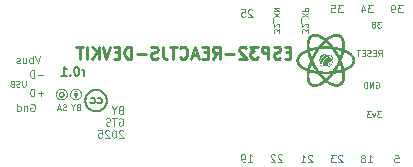
<source format=gbo>
G04 #@! TF.GenerationSoftware,KiCad,Pcbnew,8.0.2*
G04 #@! TF.CreationDate,2024-11-05T23:07:32+05:00*
G04 #@! TF.ProjectId,V1,56312e6b-6963-4616-945f-706362585858,r0.1*
G04 #@! TF.SameCoordinates,Original*
G04 #@! TF.FileFunction,Legend,Bot*
G04 #@! TF.FilePolarity,Positive*
%FSLAX46Y46*%
G04 Gerber Fmt 4.6, Leading zero omitted, Abs format (unit mm)*
G04 Created by KiCad (PCBNEW 8.0.2) date 2024-11-05 23:07:32*
%MOMM*%
%LPD*%
G01*
G04 APERTURE LIST*
%ADD10C,0.100000*%
%ADD11C,0.125000*%
%ADD12C,0.250000*%
%ADD13C,0.150000*%
%ADD14C,0.000000*%
%ADD15C,1.524000*%
%ADD16R,1.270000X1.524000*%
%ADD17R,1.524000X1.270000*%
%ADD18C,0.650000*%
%ADD19O,1.900000X1.000000*%
%ADD20O,1.600000X1.000000*%
G04 APERTURE END LIST*
D10*
X106307141Y-102202300D02*
X106235713Y-102226109D01*
X106235713Y-102226109D02*
X106116665Y-102226109D01*
X106116665Y-102226109D02*
X106069046Y-102202300D01*
X106069046Y-102202300D02*
X106045237Y-102178490D01*
X106045237Y-102178490D02*
X106021427Y-102130871D01*
X106021427Y-102130871D02*
X106021427Y-102083252D01*
X106021427Y-102083252D02*
X106045237Y-102035633D01*
X106045237Y-102035633D02*
X106069046Y-102011823D01*
X106069046Y-102011823D02*
X106116665Y-101988014D01*
X106116665Y-101988014D02*
X106211903Y-101964204D01*
X106211903Y-101964204D02*
X106259522Y-101940395D01*
X106259522Y-101940395D02*
X106283332Y-101916585D01*
X106283332Y-101916585D02*
X106307141Y-101868966D01*
X106307141Y-101868966D02*
X106307141Y-101821347D01*
X106307141Y-101821347D02*
X106283332Y-101773728D01*
X106283332Y-101773728D02*
X106259522Y-101749919D01*
X106259522Y-101749919D02*
X106211903Y-101726109D01*
X106211903Y-101726109D02*
X106092856Y-101726109D01*
X106092856Y-101726109D02*
X106021427Y-101749919D01*
X105830951Y-102083252D02*
X105592856Y-102083252D01*
X105878570Y-102226109D02*
X105711904Y-101726109D01*
X105711904Y-101726109D02*
X105545237Y-102226109D01*
X132962782Y-102326109D02*
X132653258Y-102326109D01*
X132653258Y-102326109D02*
X132819925Y-102516585D01*
X132819925Y-102516585D02*
X132748496Y-102516585D01*
X132748496Y-102516585D02*
X132700877Y-102540395D01*
X132700877Y-102540395D02*
X132677068Y-102564204D01*
X132677068Y-102564204D02*
X132653258Y-102611823D01*
X132653258Y-102611823D02*
X132653258Y-102730871D01*
X132653258Y-102730871D02*
X132677068Y-102778490D01*
X132677068Y-102778490D02*
X132700877Y-102802300D01*
X132700877Y-102802300D02*
X132748496Y-102826109D01*
X132748496Y-102826109D02*
X132891353Y-102826109D01*
X132891353Y-102826109D02*
X132938972Y-102802300D01*
X132938972Y-102802300D02*
X132962782Y-102778490D01*
X132486592Y-102492776D02*
X132367544Y-102826109D01*
X132367544Y-102826109D02*
X132248497Y-102492776D01*
X132105640Y-102326109D02*
X131796116Y-102326109D01*
X131796116Y-102326109D02*
X131962783Y-102516585D01*
X131962783Y-102516585D02*
X131891354Y-102516585D01*
X131891354Y-102516585D02*
X131843735Y-102540395D01*
X131843735Y-102540395D02*
X131819926Y-102564204D01*
X131819926Y-102564204D02*
X131796116Y-102611823D01*
X131796116Y-102611823D02*
X131796116Y-102730871D01*
X131796116Y-102730871D02*
X131819926Y-102778490D01*
X131819926Y-102778490D02*
X131843735Y-102802300D01*
X131843735Y-102802300D02*
X131891354Y-102826109D01*
X131891354Y-102826109D02*
X132034211Y-102826109D01*
X132034211Y-102826109D02*
X132081830Y-102802300D01*
X132081830Y-102802300D02*
X132105640Y-102778490D01*
X132729449Y-97626109D02*
X132896115Y-97388014D01*
X133015163Y-97626109D02*
X133015163Y-97126109D01*
X133015163Y-97126109D02*
X132824687Y-97126109D01*
X132824687Y-97126109D02*
X132777068Y-97149919D01*
X132777068Y-97149919D02*
X132753258Y-97173728D01*
X132753258Y-97173728D02*
X132729449Y-97221347D01*
X132729449Y-97221347D02*
X132729449Y-97292776D01*
X132729449Y-97292776D02*
X132753258Y-97340395D01*
X132753258Y-97340395D02*
X132777068Y-97364204D01*
X132777068Y-97364204D02*
X132824687Y-97388014D01*
X132824687Y-97388014D02*
X133015163Y-97388014D01*
X132515163Y-97364204D02*
X132348496Y-97364204D01*
X132277068Y-97626109D02*
X132515163Y-97626109D01*
X132515163Y-97626109D02*
X132515163Y-97126109D01*
X132515163Y-97126109D02*
X132277068Y-97126109D01*
X132086591Y-97602300D02*
X132015163Y-97626109D01*
X132015163Y-97626109D02*
X131896115Y-97626109D01*
X131896115Y-97626109D02*
X131848496Y-97602300D01*
X131848496Y-97602300D02*
X131824687Y-97578490D01*
X131824687Y-97578490D02*
X131800877Y-97530871D01*
X131800877Y-97530871D02*
X131800877Y-97483252D01*
X131800877Y-97483252D02*
X131824687Y-97435633D01*
X131824687Y-97435633D02*
X131848496Y-97411823D01*
X131848496Y-97411823D02*
X131896115Y-97388014D01*
X131896115Y-97388014D02*
X131991353Y-97364204D01*
X131991353Y-97364204D02*
X132038972Y-97340395D01*
X132038972Y-97340395D02*
X132062782Y-97316585D01*
X132062782Y-97316585D02*
X132086591Y-97268966D01*
X132086591Y-97268966D02*
X132086591Y-97221347D01*
X132086591Y-97221347D02*
X132062782Y-97173728D01*
X132062782Y-97173728D02*
X132038972Y-97149919D01*
X132038972Y-97149919D02*
X131991353Y-97126109D01*
X131991353Y-97126109D02*
X131872306Y-97126109D01*
X131872306Y-97126109D02*
X131800877Y-97149919D01*
X131586592Y-97364204D02*
X131419925Y-97364204D01*
X131348497Y-97626109D02*
X131586592Y-97626109D01*
X131586592Y-97626109D02*
X131586592Y-97126109D01*
X131586592Y-97126109D02*
X131348497Y-97126109D01*
X131205639Y-97126109D02*
X130919925Y-97126109D01*
X131062782Y-97626109D02*
X131062782Y-97126109D01*
X132553258Y-99849919D02*
X132600877Y-99826109D01*
X132600877Y-99826109D02*
X132672306Y-99826109D01*
X132672306Y-99826109D02*
X132743734Y-99849919D01*
X132743734Y-99849919D02*
X132791353Y-99897538D01*
X132791353Y-99897538D02*
X132815163Y-99945157D01*
X132815163Y-99945157D02*
X132838972Y-100040395D01*
X132838972Y-100040395D02*
X132838972Y-100111823D01*
X132838972Y-100111823D02*
X132815163Y-100207061D01*
X132815163Y-100207061D02*
X132791353Y-100254680D01*
X132791353Y-100254680D02*
X132743734Y-100302300D01*
X132743734Y-100302300D02*
X132672306Y-100326109D01*
X132672306Y-100326109D02*
X132624687Y-100326109D01*
X132624687Y-100326109D02*
X132553258Y-100302300D01*
X132553258Y-100302300D02*
X132529449Y-100278490D01*
X132529449Y-100278490D02*
X132529449Y-100111823D01*
X132529449Y-100111823D02*
X132624687Y-100111823D01*
X132315163Y-100326109D02*
X132315163Y-99826109D01*
X132315163Y-99826109D02*
X132029449Y-100326109D01*
X132029449Y-100326109D02*
X132029449Y-99826109D01*
X131791353Y-100326109D02*
X131791353Y-99826109D01*
X131791353Y-99826109D02*
X131672305Y-99826109D01*
X131672305Y-99826109D02*
X131600877Y-99849919D01*
X131600877Y-99849919D02*
X131553258Y-99897538D01*
X131553258Y-99897538D02*
X131529448Y-99945157D01*
X131529448Y-99945157D02*
X131505639Y-100040395D01*
X131505639Y-100040395D02*
X131505639Y-100111823D01*
X131505639Y-100111823D02*
X131529448Y-100207061D01*
X131529448Y-100207061D02*
X131553258Y-100254680D01*
X131553258Y-100254680D02*
X131600877Y-100302300D01*
X131600877Y-100302300D02*
X131672305Y-100326109D01*
X131672305Y-100326109D02*
X131791353Y-100326109D01*
X102880952Y-99726109D02*
X102880952Y-100130871D01*
X102880952Y-100130871D02*
X102857142Y-100178490D01*
X102857142Y-100178490D02*
X102833333Y-100202300D01*
X102833333Y-100202300D02*
X102785714Y-100226109D01*
X102785714Y-100226109D02*
X102690476Y-100226109D01*
X102690476Y-100226109D02*
X102642857Y-100202300D01*
X102642857Y-100202300D02*
X102619047Y-100178490D01*
X102619047Y-100178490D02*
X102595238Y-100130871D01*
X102595238Y-100130871D02*
X102595238Y-99726109D01*
X102380951Y-100202300D02*
X102309523Y-100226109D01*
X102309523Y-100226109D02*
X102190475Y-100226109D01*
X102190475Y-100226109D02*
X102142856Y-100202300D01*
X102142856Y-100202300D02*
X102119047Y-100178490D01*
X102119047Y-100178490D02*
X102095237Y-100130871D01*
X102095237Y-100130871D02*
X102095237Y-100083252D01*
X102095237Y-100083252D02*
X102119047Y-100035633D01*
X102119047Y-100035633D02*
X102142856Y-100011823D01*
X102142856Y-100011823D02*
X102190475Y-99988014D01*
X102190475Y-99988014D02*
X102285713Y-99964204D01*
X102285713Y-99964204D02*
X102333332Y-99940395D01*
X102333332Y-99940395D02*
X102357142Y-99916585D01*
X102357142Y-99916585D02*
X102380951Y-99868966D01*
X102380951Y-99868966D02*
X102380951Y-99821347D01*
X102380951Y-99821347D02*
X102357142Y-99773728D01*
X102357142Y-99773728D02*
X102333332Y-99749919D01*
X102333332Y-99749919D02*
X102285713Y-99726109D01*
X102285713Y-99726109D02*
X102166666Y-99726109D01*
X102166666Y-99726109D02*
X102095237Y-99749919D01*
X101714285Y-99964204D02*
X101642857Y-99988014D01*
X101642857Y-99988014D02*
X101619047Y-100011823D01*
X101619047Y-100011823D02*
X101595238Y-100059442D01*
X101595238Y-100059442D02*
X101595238Y-100130871D01*
X101595238Y-100130871D02*
X101619047Y-100178490D01*
X101619047Y-100178490D02*
X101642857Y-100202300D01*
X101642857Y-100202300D02*
X101690476Y-100226109D01*
X101690476Y-100226109D02*
X101880952Y-100226109D01*
X101880952Y-100226109D02*
X101880952Y-99726109D01*
X101880952Y-99726109D02*
X101714285Y-99726109D01*
X101714285Y-99726109D02*
X101666666Y-99749919D01*
X101666666Y-99749919D02*
X101642857Y-99773728D01*
X101642857Y-99773728D02*
X101619047Y-99821347D01*
X101619047Y-99821347D02*
X101619047Y-99868966D01*
X101619047Y-99868966D02*
X101642857Y-99916585D01*
X101642857Y-99916585D02*
X101666666Y-99940395D01*
X101666666Y-99940395D02*
X101714285Y-99964204D01*
X101714285Y-99964204D02*
X101880952Y-99964204D01*
D11*
X110910621Y-102199040D02*
X110821335Y-102228802D01*
X110821335Y-102228802D02*
X110791573Y-102258564D01*
X110791573Y-102258564D02*
X110761811Y-102318088D01*
X110761811Y-102318088D02*
X110761811Y-102407374D01*
X110761811Y-102407374D02*
X110791573Y-102466898D01*
X110791573Y-102466898D02*
X110821335Y-102496660D01*
X110821335Y-102496660D02*
X110880859Y-102526421D01*
X110880859Y-102526421D02*
X111118954Y-102526421D01*
X111118954Y-102526421D02*
X111118954Y-101901421D01*
X111118954Y-101901421D02*
X110910621Y-101901421D01*
X110910621Y-101901421D02*
X110851097Y-101931183D01*
X110851097Y-101931183D02*
X110821335Y-101960945D01*
X110821335Y-101960945D02*
X110791573Y-102020469D01*
X110791573Y-102020469D02*
X110791573Y-102079993D01*
X110791573Y-102079993D02*
X110821335Y-102139517D01*
X110821335Y-102139517D02*
X110851097Y-102169279D01*
X110851097Y-102169279D02*
X110910621Y-102199040D01*
X110910621Y-102199040D02*
X111118954Y-102199040D01*
X110374906Y-102228802D02*
X110374906Y-102526421D01*
X110583240Y-101901421D02*
X110374906Y-102228802D01*
X110374906Y-102228802D02*
X110166573Y-101901421D01*
X110791573Y-102937398D02*
X110851097Y-102907636D01*
X110851097Y-102907636D02*
X110940383Y-102907636D01*
X110940383Y-102907636D02*
X111029668Y-102937398D01*
X111029668Y-102937398D02*
X111089192Y-102996922D01*
X111089192Y-102996922D02*
X111118954Y-103056446D01*
X111118954Y-103056446D02*
X111148716Y-103175494D01*
X111148716Y-103175494D02*
X111148716Y-103264779D01*
X111148716Y-103264779D02*
X111118954Y-103383827D01*
X111118954Y-103383827D02*
X111089192Y-103443351D01*
X111089192Y-103443351D02*
X111029668Y-103502875D01*
X111029668Y-103502875D02*
X110940383Y-103532636D01*
X110940383Y-103532636D02*
X110880859Y-103532636D01*
X110880859Y-103532636D02*
X110791573Y-103502875D01*
X110791573Y-103502875D02*
X110761811Y-103473113D01*
X110761811Y-103473113D02*
X110761811Y-103264779D01*
X110761811Y-103264779D02*
X110880859Y-103264779D01*
X110583240Y-102907636D02*
X110226097Y-102907636D01*
X110404668Y-103532636D02*
X110404668Y-102907636D01*
X110047526Y-103502875D02*
X109958240Y-103532636D01*
X109958240Y-103532636D02*
X109809431Y-103532636D01*
X109809431Y-103532636D02*
X109749907Y-103502875D01*
X109749907Y-103502875D02*
X109720145Y-103473113D01*
X109720145Y-103473113D02*
X109690383Y-103413589D01*
X109690383Y-103413589D02*
X109690383Y-103354065D01*
X109690383Y-103354065D02*
X109720145Y-103294541D01*
X109720145Y-103294541D02*
X109749907Y-103264779D01*
X109749907Y-103264779D02*
X109809431Y-103235017D01*
X109809431Y-103235017D02*
X109928478Y-103205255D01*
X109928478Y-103205255D02*
X109988002Y-103175494D01*
X109988002Y-103175494D02*
X110017764Y-103145732D01*
X110017764Y-103145732D02*
X110047526Y-103086208D01*
X110047526Y-103086208D02*
X110047526Y-103026684D01*
X110047526Y-103026684D02*
X110017764Y-102967160D01*
X110017764Y-102967160D02*
X109988002Y-102937398D01*
X109988002Y-102937398D02*
X109928478Y-102907636D01*
X109928478Y-102907636D02*
X109779669Y-102907636D01*
X109779669Y-102907636D02*
X109690383Y-102937398D01*
X111148716Y-103973375D02*
X111118954Y-103943613D01*
X111118954Y-103943613D02*
X111059430Y-103913851D01*
X111059430Y-103913851D02*
X110910621Y-103913851D01*
X110910621Y-103913851D02*
X110851097Y-103943613D01*
X110851097Y-103943613D02*
X110821335Y-103973375D01*
X110821335Y-103973375D02*
X110791573Y-104032899D01*
X110791573Y-104032899D02*
X110791573Y-104092423D01*
X110791573Y-104092423D02*
X110821335Y-104181709D01*
X110821335Y-104181709D02*
X111178478Y-104538851D01*
X111178478Y-104538851D02*
X110791573Y-104538851D01*
X110404668Y-103913851D02*
X110345145Y-103913851D01*
X110345145Y-103913851D02*
X110285621Y-103943613D01*
X110285621Y-103943613D02*
X110255859Y-103973375D01*
X110255859Y-103973375D02*
X110226097Y-104032899D01*
X110226097Y-104032899D02*
X110196335Y-104151947D01*
X110196335Y-104151947D02*
X110196335Y-104300756D01*
X110196335Y-104300756D02*
X110226097Y-104419804D01*
X110226097Y-104419804D02*
X110255859Y-104479328D01*
X110255859Y-104479328D02*
X110285621Y-104509090D01*
X110285621Y-104509090D02*
X110345145Y-104538851D01*
X110345145Y-104538851D02*
X110404668Y-104538851D01*
X110404668Y-104538851D02*
X110464192Y-104509090D01*
X110464192Y-104509090D02*
X110493954Y-104479328D01*
X110493954Y-104479328D02*
X110523716Y-104419804D01*
X110523716Y-104419804D02*
X110553478Y-104300756D01*
X110553478Y-104300756D02*
X110553478Y-104151947D01*
X110553478Y-104151947D02*
X110523716Y-104032899D01*
X110523716Y-104032899D02*
X110493954Y-103973375D01*
X110493954Y-103973375D02*
X110464192Y-103943613D01*
X110464192Y-103943613D02*
X110404668Y-103913851D01*
X109958240Y-103973375D02*
X109928478Y-103943613D01*
X109928478Y-103943613D02*
X109868954Y-103913851D01*
X109868954Y-103913851D02*
X109720145Y-103913851D01*
X109720145Y-103913851D02*
X109660621Y-103943613D01*
X109660621Y-103943613D02*
X109630859Y-103973375D01*
X109630859Y-103973375D02*
X109601097Y-104032899D01*
X109601097Y-104032899D02*
X109601097Y-104092423D01*
X109601097Y-104092423D02*
X109630859Y-104181709D01*
X109630859Y-104181709D02*
X109988002Y-104538851D01*
X109988002Y-104538851D02*
X109601097Y-104538851D01*
X109035621Y-103913851D02*
X109333240Y-103913851D01*
X109333240Y-103913851D02*
X109363002Y-104211470D01*
X109363002Y-104211470D02*
X109333240Y-104181709D01*
X109333240Y-104181709D02*
X109273716Y-104151947D01*
X109273716Y-104151947D02*
X109124907Y-104151947D01*
X109124907Y-104151947D02*
X109065383Y-104181709D01*
X109065383Y-104181709D02*
X109035621Y-104211470D01*
X109035621Y-104211470D02*
X109005859Y-104270994D01*
X109005859Y-104270994D02*
X109005859Y-104419804D01*
X109005859Y-104419804D02*
X109035621Y-104479328D01*
X109035621Y-104479328D02*
X109065383Y-104509090D01*
X109065383Y-104509090D02*
X109124907Y-104538851D01*
X109124907Y-104538851D02*
X109273716Y-104538851D01*
X109273716Y-104538851D02*
X109333240Y-104509090D01*
X109333240Y-104509090D02*
X109363002Y-104479328D01*
X104095330Y-97607636D02*
X103886996Y-98232636D01*
X103886996Y-98232636D02*
X103678663Y-97607636D01*
X103470330Y-98232636D02*
X103470330Y-97607636D01*
X103470330Y-97845732D02*
X103410806Y-97815970D01*
X103410806Y-97815970D02*
X103291759Y-97815970D01*
X103291759Y-97815970D02*
X103232235Y-97845732D01*
X103232235Y-97845732D02*
X103202473Y-97875494D01*
X103202473Y-97875494D02*
X103172711Y-97935017D01*
X103172711Y-97935017D02*
X103172711Y-98113589D01*
X103172711Y-98113589D02*
X103202473Y-98173113D01*
X103202473Y-98173113D02*
X103232235Y-98202875D01*
X103232235Y-98202875D02*
X103291759Y-98232636D01*
X103291759Y-98232636D02*
X103410806Y-98232636D01*
X103410806Y-98232636D02*
X103470330Y-98202875D01*
X102636997Y-97815970D02*
X102636997Y-98232636D01*
X102904854Y-97815970D02*
X102904854Y-98143351D01*
X102904854Y-98143351D02*
X102875092Y-98202875D01*
X102875092Y-98202875D02*
X102815568Y-98232636D01*
X102815568Y-98232636D02*
X102726283Y-98232636D01*
X102726283Y-98232636D02*
X102666759Y-98202875D01*
X102666759Y-98202875D02*
X102636997Y-98173113D01*
X102369140Y-98202875D02*
X102309616Y-98232636D01*
X102309616Y-98232636D02*
X102190568Y-98232636D01*
X102190568Y-98232636D02*
X102131045Y-98202875D01*
X102131045Y-98202875D02*
X102101283Y-98143351D01*
X102101283Y-98143351D02*
X102101283Y-98113589D01*
X102101283Y-98113589D02*
X102131045Y-98054065D01*
X102131045Y-98054065D02*
X102190568Y-98024303D01*
X102190568Y-98024303D02*
X102279854Y-98024303D01*
X102279854Y-98024303D02*
X102339378Y-97994541D01*
X102339378Y-97994541D02*
X102369140Y-97935017D01*
X102369140Y-97935017D02*
X102369140Y-97905255D01*
X102369140Y-97905255D02*
X102339378Y-97845732D01*
X102339378Y-97845732D02*
X102279854Y-97815970D01*
X102279854Y-97815970D02*
X102190568Y-97815970D01*
X102190568Y-97815970D02*
X102131045Y-97845732D01*
X134795952Y-93307636D02*
X134409047Y-93307636D01*
X134409047Y-93307636D02*
X134617380Y-93545732D01*
X134617380Y-93545732D02*
X134528095Y-93545732D01*
X134528095Y-93545732D02*
X134468571Y-93575494D01*
X134468571Y-93575494D02*
X134438809Y-93605255D01*
X134438809Y-93605255D02*
X134409047Y-93664779D01*
X134409047Y-93664779D02*
X134409047Y-93813589D01*
X134409047Y-93813589D02*
X134438809Y-93873113D01*
X134438809Y-93873113D02*
X134468571Y-93902875D01*
X134468571Y-93902875D02*
X134528095Y-93932636D01*
X134528095Y-93932636D02*
X134706666Y-93932636D01*
X134706666Y-93932636D02*
X134766190Y-93902875D01*
X134766190Y-93902875D02*
X134795952Y-93873113D01*
X134111428Y-93932636D02*
X133992380Y-93932636D01*
X133992380Y-93932636D02*
X133932857Y-93902875D01*
X133932857Y-93902875D02*
X133903095Y-93873113D01*
X133903095Y-93873113D02*
X133843571Y-93783827D01*
X133843571Y-93783827D02*
X133813809Y-93664779D01*
X133813809Y-93664779D02*
X133813809Y-93426684D01*
X133813809Y-93426684D02*
X133843571Y-93367160D01*
X133843571Y-93367160D02*
X133873333Y-93337398D01*
X133873333Y-93337398D02*
X133932857Y-93307636D01*
X133932857Y-93307636D02*
X134051904Y-93307636D01*
X134051904Y-93307636D02*
X134111428Y-93337398D01*
X134111428Y-93337398D02*
X134141190Y-93367160D01*
X134141190Y-93367160D02*
X134170952Y-93426684D01*
X134170952Y-93426684D02*
X134170952Y-93575494D01*
X134170952Y-93575494D02*
X134141190Y-93635017D01*
X134141190Y-93635017D02*
X134111428Y-93664779D01*
X134111428Y-93664779D02*
X134051904Y-93694541D01*
X134051904Y-93694541D02*
X133932857Y-93694541D01*
X133932857Y-93694541D02*
X133873333Y-93664779D01*
X133873333Y-93664779D02*
X133843571Y-93635017D01*
X133843571Y-93635017D02*
X133813809Y-93575494D01*
X132255952Y-93307636D02*
X131869047Y-93307636D01*
X131869047Y-93307636D02*
X132077380Y-93545732D01*
X132077380Y-93545732D02*
X131988095Y-93545732D01*
X131988095Y-93545732D02*
X131928571Y-93575494D01*
X131928571Y-93575494D02*
X131898809Y-93605255D01*
X131898809Y-93605255D02*
X131869047Y-93664779D01*
X131869047Y-93664779D02*
X131869047Y-93813589D01*
X131869047Y-93813589D02*
X131898809Y-93873113D01*
X131898809Y-93873113D02*
X131928571Y-93902875D01*
X131928571Y-93902875D02*
X131988095Y-93932636D01*
X131988095Y-93932636D02*
X132166666Y-93932636D01*
X132166666Y-93932636D02*
X132226190Y-93902875D01*
X132226190Y-93902875D02*
X132255952Y-93873113D01*
X131333333Y-93515970D02*
X131333333Y-93932636D01*
X131482142Y-93277875D02*
X131630952Y-93724303D01*
X131630952Y-93724303D02*
X131244047Y-93724303D01*
X103311997Y-101687398D02*
X103371521Y-101657636D01*
X103371521Y-101657636D02*
X103460807Y-101657636D01*
X103460807Y-101657636D02*
X103550092Y-101687398D01*
X103550092Y-101687398D02*
X103609616Y-101746922D01*
X103609616Y-101746922D02*
X103639378Y-101806446D01*
X103639378Y-101806446D02*
X103669140Y-101925494D01*
X103669140Y-101925494D02*
X103669140Y-102014779D01*
X103669140Y-102014779D02*
X103639378Y-102133827D01*
X103639378Y-102133827D02*
X103609616Y-102193351D01*
X103609616Y-102193351D02*
X103550092Y-102252875D01*
X103550092Y-102252875D02*
X103460807Y-102282636D01*
X103460807Y-102282636D02*
X103401283Y-102282636D01*
X103401283Y-102282636D02*
X103311997Y-102252875D01*
X103311997Y-102252875D02*
X103282235Y-102223113D01*
X103282235Y-102223113D02*
X103282235Y-102014779D01*
X103282235Y-102014779D02*
X103401283Y-102014779D01*
X103014378Y-101865970D02*
X103014378Y-102282636D01*
X103014378Y-101925494D02*
X102984616Y-101895732D01*
X102984616Y-101895732D02*
X102925092Y-101865970D01*
X102925092Y-101865970D02*
X102835807Y-101865970D01*
X102835807Y-101865970D02*
X102776283Y-101895732D01*
X102776283Y-101895732D02*
X102746521Y-101955255D01*
X102746521Y-101955255D02*
X102746521Y-102282636D01*
X102181045Y-102282636D02*
X102181045Y-101657636D01*
X102181045Y-102252875D02*
X102240569Y-102282636D01*
X102240569Y-102282636D02*
X102359616Y-102282636D01*
X102359616Y-102282636D02*
X102419140Y-102252875D01*
X102419140Y-102252875D02*
X102448902Y-102223113D01*
X102448902Y-102223113D02*
X102478664Y-102163589D01*
X102478664Y-102163589D02*
X102478664Y-101985017D01*
X102478664Y-101985017D02*
X102448902Y-101925494D01*
X102448902Y-101925494D02*
X102419140Y-101895732D01*
X102419140Y-101895732D02*
X102359616Y-101865970D01*
X102359616Y-101865970D02*
X102240569Y-101865970D01*
X102240569Y-101865970D02*
X102181045Y-101895732D01*
X129715952Y-93307636D02*
X129329047Y-93307636D01*
X129329047Y-93307636D02*
X129537380Y-93545732D01*
X129537380Y-93545732D02*
X129448095Y-93545732D01*
X129448095Y-93545732D02*
X129388571Y-93575494D01*
X129388571Y-93575494D02*
X129358809Y-93605255D01*
X129358809Y-93605255D02*
X129329047Y-93664779D01*
X129329047Y-93664779D02*
X129329047Y-93813589D01*
X129329047Y-93813589D02*
X129358809Y-93873113D01*
X129358809Y-93873113D02*
X129388571Y-93902875D01*
X129388571Y-93902875D02*
X129448095Y-93932636D01*
X129448095Y-93932636D02*
X129626666Y-93932636D01*
X129626666Y-93932636D02*
X129686190Y-93902875D01*
X129686190Y-93902875D02*
X129715952Y-93873113D01*
X128763571Y-93307636D02*
X129061190Y-93307636D01*
X129061190Y-93307636D02*
X129090952Y-93605255D01*
X129090952Y-93605255D02*
X129061190Y-93575494D01*
X129061190Y-93575494D02*
X129001666Y-93545732D01*
X129001666Y-93545732D02*
X128852857Y-93545732D01*
X128852857Y-93545732D02*
X128793333Y-93575494D01*
X128793333Y-93575494D02*
X128763571Y-93605255D01*
X128763571Y-93605255D02*
X128733809Y-93664779D01*
X128733809Y-93664779D02*
X128733809Y-93813589D01*
X128733809Y-93813589D02*
X128763571Y-93873113D01*
X128763571Y-93873113D02*
X128793333Y-93902875D01*
X128793333Y-93902875D02*
X128852857Y-93932636D01*
X128852857Y-93932636D02*
X129001666Y-93932636D01*
X129001666Y-93932636D02*
X129061190Y-93902875D01*
X129061190Y-93902875D02*
X129090952Y-93873113D01*
D10*
X132962782Y-94726109D02*
X132653258Y-94726109D01*
X132653258Y-94726109D02*
X132819925Y-94916585D01*
X132819925Y-94916585D02*
X132748496Y-94916585D01*
X132748496Y-94916585D02*
X132700877Y-94940395D01*
X132700877Y-94940395D02*
X132677068Y-94964204D01*
X132677068Y-94964204D02*
X132653258Y-95011823D01*
X132653258Y-95011823D02*
X132653258Y-95130871D01*
X132653258Y-95130871D02*
X132677068Y-95178490D01*
X132677068Y-95178490D02*
X132700877Y-95202300D01*
X132700877Y-95202300D02*
X132748496Y-95226109D01*
X132748496Y-95226109D02*
X132891353Y-95226109D01*
X132891353Y-95226109D02*
X132938972Y-95202300D01*
X132938972Y-95202300D02*
X132962782Y-95178490D01*
X132367544Y-94940395D02*
X132415163Y-94916585D01*
X132415163Y-94916585D02*
X132438973Y-94892776D01*
X132438973Y-94892776D02*
X132462782Y-94845157D01*
X132462782Y-94845157D02*
X132462782Y-94821347D01*
X132462782Y-94821347D02*
X132438973Y-94773728D01*
X132438973Y-94773728D02*
X132415163Y-94749919D01*
X132415163Y-94749919D02*
X132367544Y-94726109D01*
X132367544Y-94726109D02*
X132272306Y-94726109D01*
X132272306Y-94726109D02*
X132224687Y-94749919D01*
X132224687Y-94749919D02*
X132200878Y-94773728D01*
X132200878Y-94773728D02*
X132177068Y-94821347D01*
X132177068Y-94821347D02*
X132177068Y-94845157D01*
X132177068Y-94845157D02*
X132200878Y-94892776D01*
X132200878Y-94892776D02*
X132224687Y-94916585D01*
X132224687Y-94916585D02*
X132272306Y-94940395D01*
X132272306Y-94940395D02*
X132367544Y-94940395D01*
X132367544Y-94940395D02*
X132415163Y-94964204D01*
X132415163Y-94964204D02*
X132438973Y-94988014D01*
X132438973Y-94988014D02*
X132462782Y-95035633D01*
X132462782Y-95035633D02*
X132462782Y-95130871D01*
X132462782Y-95130871D02*
X132438973Y-95178490D01*
X132438973Y-95178490D02*
X132415163Y-95202300D01*
X132415163Y-95202300D02*
X132367544Y-95226109D01*
X132367544Y-95226109D02*
X132272306Y-95226109D01*
X132272306Y-95226109D02*
X132224687Y-95202300D01*
X132224687Y-95202300D02*
X132200878Y-95178490D01*
X132200878Y-95178490D02*
X132177068Y-95130871D01*
X132177068Y-95130871D02*
X132177068Y-95035633D01*
X132177068Y-95035633D02*
X132200878Y-94988014D01*
X132200878Y-94988014D02*
X132224687Y-94964204D01*
X132224687Y-94964204D02*
X132272306Y-94940395D01*
D11*
X104382236Y-99244541D02*
X103906046Y-99244541D01*
X103608426Y-99482636D02*
X103608426Y-98857636D01*
X103608426Y-98857636D02*
X103459616Y-98857636D01*
X103459616Y-98857636D02*
X103370331Y-98887398D01*
X103370331Y-98887398D02*
X103310807Y-98946922D01*
X103310807Y-98946922D02*
X103281045Y-99006446D01*
X103281045Y-99006446D02*
X103251283Y-99125494D01*
X103251283Y-99125494D02*
X103251283Y-99214779D01*
X103251283Y-99214779D02*
X103281045Y-99333827D01*
X103281045Y-99333827D02*
X103310807Y-99393351D01*
X103310807Y-99393351D02*
X103370331Y-99452875D01*
X103370331Y-99452875D02*
X103459616Y-99482636D01*
X103459616Y-99482636D02*
X103608426Y-99482636D01*
X126775190Y-95683332D02*
X126775190Y-95373808D01*
X126775190Y-95373808D02*
X126584714Y-95540475D01*
X126584714Y-95540475D02*
X126584714Y-95469046D01*
X126584714Y-95469046D02*
X126560904Y-95421427D01*
X126560904Y-95421427D02*
X126537095Y-95397618D01*
X126537095Y-95397618D02*
X126489476Y-95373808D01*
X126489476Y-95373808D02*
X126370428Y-95373808D01*
X126370428Y-95373808D02*
X126322809Y-95397618D01*
X126322809Y-95397618D02*
X126299000Y-95421427D01*
X126299000Y-95421427D02*
X126275190Y-95469046D01*
X126275190Y-95469046D02*
X126275190Y-95611903D01*
X126275190Y-95611903D02*
X126299000Y-95659522D01*
X126299000Y-95659522D02*
X126322809Y-95683332D01*
X126727571Y-95183332D02*
X126751380Y-95159523D01*
X126751380Y-95159523D02*
X126775190Y-95111904D01*
X126775190Y-95111904D02*
X126775190Y-94992856D01*
X126775190Y-94992856D02*
X126751380Y-94945237D01*
X126751380Y-94945237D02*
X126727571Y-94921428D01*
X126727571Y-94921428D02*
X126679952Y-94897618D01*
X126679952Y-94897618D02*
X126632333Y-94897618D01*
X126632333Y-94897618D02*
X126560904Y-94921428D01*
X126560904Y-94921428D02*
X126275190Y-95207142D01*
X126275190Y-95207142D02*
X126275190Y-94897618D01*
X126227571Y-94802381D02*
X126227571Y-94421428D01*
X126775190Y-94350000D02*
X126275190Y-94016667D01*
X126775190Y-94016667D02*
X126275190Y-94350000D01*
X126275190Y-93826191D02*
X126775190Y-93826191D01*
X126775190Y-93826191D02*
X126775190Y-93635715D01*
X126775190Y-93635715D02*
X126751380Y-93588096D01*
X126751380Y-93588096D02*
X126727571Y-93564286D01*
X126727571Y-93564286D02*
X126679952Y-93540477D01*
X126679952Y-93540477D02*
X126608523Y-93540477D01*
X126608523Y-93540477D02*
X126560904Y-93564286D01*
X126560904Y-93564286D02*
X126537095Y-93588096D01*
X126537095Y-93588096D02*
X126513285Y-93635715D01*
X126513285Y-93635715D02*
X126513285Y-93826191D01*
X131869047Y-106632636D02*
X132226190Y-106632636D01*
X132047618Y-106632636D02*
X132047618Y-106007636D01*
X132047618Y-106007636D02*
X132107142Y-106096922D01*
X132107142Y-106096922D02*
X132166666Y-106156446D01*
X132166666Y-106156446D02*
X132226190Y-106186208D01*
X131511904Y-106275494D02*
X131571428Y-106245732D01*
X131571428Y-106245732D02*
X131601190Y-106215970D01*
X131601190Y-106215970D02*
X131630952Y-106156446D01*
X131630952Y-106156446D02*
X131630952Y-106126684D01*
X131630952Y-106126684D02*
X131601190Y-106067160D01*
X131601190Y-106067160D02*
X131571428Y-106037398D01*
X131571428Y-106037398D02*
X131511904Y-106007636D01*
X131511904Y-106007636D02*
X131392857Y-106007636D01*
X131392857Y-106007636D02*
X131333333Y-106037398D01*
X131333333Y-106037398D02*
X131303571Y-106067160D01*
X131303571Y-106067160D02*
X131273809Y-106126684D01*
X131273809Y-106126684D02*
X131273809Y-106156446D01*
X131273809Y-106156446D02*
X131303571Y-106215970D01*
X131303571Y-106215970D02*
X131333333Y-106245732D01*
X131333333Y-106245732D02*
X131392857Y-106275494D01*
X131392857Y-106275494D02*
X131511904Y-106275494D01*
X131511904Y-106275494D02*
X131571428Y-106305255D01*
X131571428Y-106305255D02*
X131601190Y-106335017D01*
X131601190Y-106335017D02*
X131630952Y-106394541D01*
X131630952Y-106394541D02*
X131630952Y-106513589D01*
X131630952Y-106513589D02*
X131601190Y-106573113D01*
X131601190Y-106573113D02*
X131571428Y-106602875D01*
X131571428Y-106602875D02*
X131511904Y-106632636D01*
X131511904Y-106632636D02*
X131392857Y-106632636D01*
X131392857Y-106632636D02*
X131333333Y-106602875D01*
X131333333Y-106602875D02*
X131303571Y-106573113D01*
X131303571Y-106573113D02*
X131273809Y-106513589D01*
X131273809Y-106513589D02*
X131273809Y-106394541D01*
X131273809Y-106394541D02*
X131303571Y-106335017D01*
X131303571Y-106335017D02*
X131333333Y-106305255D01*
X131333333Y-106305255D02*
X131392857Y-106275494D01*
X127146190Y-106067160D02*
X127116428Y-106037398D01*
X127116428Y-106037398D02*
X127056904Y-106007636D01*
X127056904Y-106007636D02*
X126908095Y-106007636D01*
X126908095Y-106007636D02*
X126848571Y-106037398D01*
X126848571Y-106037398D02*
X126818809Y-106067160D01*
X126818809Y-106067160D02*
X126789047Y-106126684D01*
X126789047Y-106126684D02*
X126789047Y-106186208D01*
X126789047Y-106186208D02*
X126818809Y-106275494D01*
X126818809Y-106275494D02*
X127175952Y-106632636D01*
X127175952Y-106632636D02*
X126789047Y-106632636D01*
X126193809Y-106632636D02*
X126550952Y-106632636D01*
X126372380Y-106632636D02*
X126372380Y-106007636D01*
X126372380Y-106007636D02*
X126431904Y-106096922D01*
X126431904Y-106096922D02*
X126491428Y-106156446D01*
X126491428Y-106156446D02*
X126550952Y-106186208D01*
X104382236Y-100794541D02*
X103906046Y-100794541D01*
X104144141Y-101032636D02*
X104144141Y-100556446D01*
X103608426Y-101032636D02*
X103608426Y-100407636D01*
X103608426Y-100407636D02*
X103459616Y-100407636D01*
X103459616Y-100407636D02*
X103370331Y-100437398D01*
X103370331Y-100437398D02*
X103310807Y-100496922D01*
X103310807Y-100496922D02*
X103281045Y-100556446D01*
X103281045Y-100556446D02*
X103251283Y-100675494D01*
X103251283Y-100675494D02*
X103251283Y-100764779D01*
X103251283Y-100764779D02*
X103281045Y-100883827D01*
X103281045Y-100883827D02*
X103310807Y-100943351D01*
X103310807Y-100943351D02*
X103370331Y-101002875D01*
X103370331Y-101002875D02*
X103459616Y-101032636D01*
X103459616Y-101032636D02*
X103608426Y-101032636D01*
X134141190Y-106007636D02*
X134438809Y-106007636D01*
X134438809Y-106007636D02*
X134468571Y-106305255D01*
X134468571Y-106305255D02*
X134438809Y-106275494D01*
X134438809Y-106275494D02*
X134379285Y-106245732D01*
X134379285Y-106245732D02*
X134230476Y-106245732D01*
X134230476Y-106245732D02*
X134170952Y-106275494D01*
X134170952Y-106275494D02*
X134141190Y-106305255D01*
X134141190Y-106305255D02*
X134111428Y-106364779D01*
X134111428Y-106364779D02*
X134111428Y-106513589D01*
X134111428Y-106513589D02*
X134141190Y-106573113D01*
X134141190Y-106573113D02*
X134170952Y-106602875D01*
X134170952Y-106602875D02*
X134230476Y-106632636D01*
X134230476Y-106632636D02*
X134379285Y-106632636D01*
X134379285Y-106632636D02*
X134438809Y-106602875D01*
X134438809Y-106602875D02*
X134468571Y-106573113D01*
X122066190Y-93748160D02*
X122036428Y-93718398D01*
X122036428Y-93718398D02*
X121976904Y-93688636D01*
X121976904Y-93688636D02*
X121828095Y-93688636D01*
X121828095Y-93688636D02*
X121768571Y-93718398D01*
X121768571Y-93718398D02*
X121738809Y-93748160D01*
X121738809Y-93748160D02*
X121709047Y-93807684D01*
X121709047Y-93807684D02*
X121709047Y-93867208D01*
X121709047Y-93867208D02*
X121738809Y-93956494D01*
X121738809Y-93956494D02*
X122095952Y-94313636D01*
X122095952Y-94313636D02*
X121709047Y-94313636D01*
X121143571Y-93688636D02*
X121441190Y-93688636D01*
X121441190Y-93688636D02*
X121470952Y-93986255D01*
X121470952Y-93986255D02*
X121441190Y-93956494D01*
X121441190Y-93956494D02*
X121381666Y-93926732D01*
X121381666Y-93926732D02*
X121232857Y-93926732D01*
X121232857Y-93926732D02*
X121173333Y-93956494D01*
X121173333Y-93956494D02*
X121143571Y-93986255D01*
X121143571Y-93986255D02*
X121113809Y-94045779D01*
X121113809Y-94045779D02*
X121113809Y-94194589D01*
X121113809Y-94194589D02*
X121143571Y-94254113D01*
X121143571Y-94254113D02*
X121173333Y-94283875D01*
X121173333Y-94283875D02*
X121232857Y-94313636D01*
X121232857Y-94313636D02*
X121381666Y-94313636D01*
X121381666Y-94313636D02*
X121441190Y-94283875D01*
X121441190Y-94283875D02*
X121470952Y-94254113D01*
X129686190Y-106067160D02*
X129656428Y-106037398D01*
X129656428Y-106037398D02*
X129596904Y-106007636D01*
X129596904Y-106007636D02*
X129448095Y-106007636D01*
X129448095Y-106007636D02*
X129388571Y-106037398D01*
X129388571Y-106037398D02*
X129358809Y-106067160D01*
X129358809Y-106067160D02*
X129329047Y-106126684D01*
X129329047Y-106126684D02*
X129329047Y-106186208D01*
X129329047Y-106186208D02*
X129358809Y-106275494D01*
X129358809Y-106275494D02*
X129715952Y-106632636D01*
X129715952Y-106632636D02*
X129329047Y-106632636D01*
X129120714Y-106007636D02*
X128733809Y-106007636D01*
X128733809Y-106007636D02*
X128942142Y-106245732D01*
X128942142Y-106245732D02*
X128852857Y-106245732D01*
X128852857Y-106245732D02*
X128793333Y-106275494D01*
X128793333Y-106275494D02*
X128763571Y-106305255D01*
X128763571Y-106305255D02*
X128733809Y-106364779D01*
X128733809Y-106364779D02*
X128733809Y-106513589D01*
X128733809Y-106513589D02*
X128763571Y-106573113D01*
X128763571Y-106573113D02*
X128793333Y-106602875D01*
X128793333Y-106602875D02*
X128852857Y-106632636D01*
X128852857Y-106632636D02*
X129031428Y-106632636D01*
X129031428Y-106632636D02*
X129090952Y-106602875D01*
X129090952Y-106602875D02*
X129120714Y-106573113D01*
X124375190Y-95695237D02*
X124375190Y-95385713D01*
X124375190Y-95385713D02*
X124184714Y-95552380D01*
X124184714Y-95552380D02*
X124184714Y-95480951D01*
X124184714Y-95480951D02*
X124160904Y-95433332D01*
X124160904Y-95433332D02*
X124137095Y-95409523D01*
X124137095Y-95409523D02*
X124089476Y-95385713D01*
X124089476Y-95385713D02*
X123970428Y-95385713D01*
X123970428Y-95385713D02*
X123922809Y-95409523D01*
X123922809Y-95409523D02*
X123899000Y-95433332D01*
X123899000Y-95433332D02*
X123875190Y-95480951D01*
X123875190Y-95480951D02*
X123875190Y-95623808D01*
X123875190Y-95623808D02*
X123899000Y-95671427D01*
X123899000Y-95671427D02*
X123922809Y-95695237D01*
X124327571Y-95195237D02*
X124351380Y-95171428D01*
X124351380Y-95171428D02*
X124375190Y-95123809D01*
X124375190Y-95123809D02*
X124375190Y-95004761D01*
X124375190Y-95004761D02*
X124351380Y-94957142D01*
X124351380Y-94957142D02*
X124327571Y-94933333D01*
X124327571Y-94933333D02*
X124279952Y-94909523D01*
X124279952Y-94909523D02*
X124232333Y-94909523D01*
X124232333Y-94909523D02*
X124160904Y-94933333D01*
X124160904Y-94933333D02*
X123875190Y-95219047D01*
X123875190Y-95219047D02*
X123875190Y-94909523D01*
X123827571Y-94814286D02*
X123827571Y-94433333D01*
X124375190Y-94361905D02*
X123875190Y-94028572D01*
X124375190Y-94028572D02*
X123875190Y-94361905D01*
X123875190Y-93838096D02*
X124375190Y-93838096D01*
X124375190Y-93838096D02*
X123875190Y-93552382D01*
X123875190Y-93552382D02*
X124375190Y-93552382D01*
D12*
X125299999Y-97325809D02*
X124966666Y-97325809D01*
X124823809Y-97849619D02*
X125299999Y-97849619D01*
X125299999Y-97849619D02*
X125299999Y-96849619D01*
X125299999Y-96849619D02*
X124823809Y-96849619D01*
X124442856Y-97802000D02*
X124299999Y-97849619D01*
X124299999Y-97849619D02*
X124061904Y-97849619D01*
X124061904Y-97849619D02*
X123966666Y-97802000D01*
X123966666Y-97802000D02*
X123919047Y-97754380D01*
X123919047Y-97754380D02*
X123871428Y-97659142D01*
X123871428Y-97659142D02*
X123871428Y-97563904D01*
X123871428Y-97563904D02*
X123919047Y-97468666D01*
X123919047Y-97468666D02*
X123966666Y-97421047D01*
X123966666Y-97421047D02*
X124061904Y-97373428D01*
X124061904Y-97373428D02*
X124252380Y-97325809D01*
X124252380Y-97325809D02*
X124347618Y-97278190D01*
X124347618Y-97278190D02*
X124395237Y-97230571D01*
X124395237Y-97230571D02*
X124442856Y-97135333D01*
X124442856Y-97135333D02*
X124442856Y-97040095D01*
X124442856Y-97040095D02*
X124395237Y-96944857D01*
X124395237Y-96944857D02*
X124347618Y-96897238D01*
X124347618Y-96897238D02*
X124252380Y-96849619D01*
X124252380Y-96849619D02*
X124014285Y-96849619D01*
X124014285Y-96849619D02*
X123871428Y-96897238D01*
X123442856Y-97849619D02*
X123442856Y-96849619D01*
X123442856Y-96849619D02*
X123061904Y-96849619D01*
X123061904Y-96849619D02*
X122966666Y-96897238D01*
X122966666Y-96897238D02*
X122919047Y-96944857D01*
X122919047Y-96944857D02*
X122871428Y-97040095D01*
X122871428Y-97040095D02*
X122871428Y-97182952D01*
X122871428Y-97182952D02*
X122919047Y-97278190D01*
X122919047Y-97278190D02*
X122966666Y-97325809D01*
X122966666Y-97325809D02*
X123061904Y-97373428D01*
X123061904Y-97373428D02*
X123442856Y-97373428D01*
X122538094Y-96849619D02*
X121919047Y-96849619D01*
X121919047Y-96849619D02*
X122252380Y-97230571D01*
X122252380Y-97230571D02*
X122109523Y-97230571D01*
X122109523Y-97230571D02*
X122014285Y-97278190D01*
X122014285Y-97278190D02*
X121966666Y-97325809D01*
X121966666Y-97325809D02*
X121919047Y-97421047D01*
X121919047Y-97421047D02*
X121919047Y-97659142D01*
X121919047Y-97659142D02*
X121966666Y-97754380D01*
X121966666Y-97754380D02*
X122014285Y-97802000D01*
X122014285Y-97802000D02*
X122109523Y-97849619D01*
X122109523Y-97849619D02*
X122395237Y-97849619D01*
X122395237Y-97849619D02*
X122490475Y-97802000D01*
X122490475Y-97802000D02*
X122538094Y-97754380D01*
X121538094Y-96944857D02*
X121490475Y-96897238D01*
X121490475Y-96897238D02*
X121395237Y-96849619D01*
X121395237Y-96849619D02*
X121157142Y-96849619D01*
X121157142Y-96849619D02*
X121061904Y-96897238D01*
X121061904Y-96897238D02*
X121014285Y-96944857D01*
X121014285Y-96944857D02*
X120966666Y-97040095D01*
X120966666Y-97040095D02*
X120966666Y-97135333D01*
X120966666Y-97135333D02*
X121014285Y-97278190D01*
X121014285Y-97278190D02*
X121585713Y-97849619D01*
X121585713Y-97849619D02*
X120966666Y-97849619D01*
X120538094Y-97468666D02*
X119776190Y-97468666D01*
X118728571Y-97849619D02*
X119061904Y-97373428D01*
X119299999Y-97849619D02*
X119299999Y-96849619D01*
X119299999Y-96849619D02*
X118919047Y-96849619D01*
X118919047Y-96849619D02*
X118823809Y-96897238D01*
X118823809Y-96897238D02*
X118776190Y-96944857D01*
X118776190Y-96944857D02*
X118728571Y-97040095D01*
X118728571Y-97040095D02*
X118728571Y-97182952D01*
X118728571Y-97182952D02*
X118776190Y-97278190D01*
X118776190Y-97278190D02*
X118823809Y-97325809D01*
X118823809Y-97325809D02*
X118919047Y-97373428D01*
X118919047Y-97373428D02*
X119299999Y-97373428D01*
X118299999Y-97325809D02*
X117966666Y-97325809D01*
X117823809Y-97849619D02*
X118299999Y-97849619D01*
X118299999Y-97849619D02*
X118299999Y-96849619D01*
X118299999Y-96849619D02*
X117823809Y-96849619D01*
X117442856Y-97563904D02*
X116966666Y-97563904D01*
X117538094Y-97849619D02*
X117204761Y-96849619D01*
X117204761Y-96849619D02*
X116871428Y-97849619D01*
X115966666Y-97754380D02*
X116014285Y-97802000D01*
X116014285Y-97802000D02*
X116157142Y-97849619D01*
X116157142Y-97849619D02*
X116252380Y-97849619D01*
X116252380Y-97849619D02*
X116395237Y-97802000D01*
X116395237Y-97802000D02*
X116490475Y-97706761D01*
X116490475Y-97706761D02*
X116538094Y-97611523D01*
X116538094Y-97611523D02*
X116585713Y-97421047D01*
X116585713Y-97421047D02*
X116585713Y-97278190D01*
X116585713Y-97278190D02*
X116538094Y-97087714D01*
X116538094Y-97087714D02*
X116490475Y-96992476D01*
X116490475Y-96992476D02*
X116395237Y-96897238D01*
X116395237Y-96897238D02*
X116252380Y-96849619D01*
X116252380Y-96849619D02*
X116157142Y-96849619D01*
X116157142Y-96849619D02*
X116014285Y-96897238D01*
X116014285Y-96897238D02*
X115966666Y-96944857D01*
X115680951Y-96849619D02*
X115109523Y-96849619D01*
X115395237Y-97849619D02*
X115395237Y-96849619D01*
X114490475Y-96849619D02*
X114490475Y-97563904D01*
X114490475Y-97563904D02*
X114538094Y-97706761D01*
X114538094Y-97706761D02*
X114633332Y-97802000D01*
X114633332Y-97802000D02*
X114776189Y-97849619D01*
X114776189Y-97849619D02*
X114871427Y-97849619D01*
X114061903Y-97802000D02*
X113919046Y-97849619D01*
X113919046Y-97849619D02*
X113680951Y-97849619D01*
X113680951Y-97849619D02*
X113585713Y-97802000D01*
X113585713Y-97802000D02*
X113538094Y-97754380D01*
X113538094Y-97754380D02*
X113490475Y-97659142D01*
X113490475Y-97659142D02*
X113490475Y-97563904D01*
X113490475Y-97563904D02*
X113538094Y-97468666D01*
X113538094Y-97468666D02*
X113585713Y-97421047D01*
X113585713Y-97421047D02*
X113680951Y-97373428D01*
X113680951Y-97373428D02*
X113871427Y-97325809D01*
X113871427Y-97325809D02*
X113966665Y-97278190D01*
X113966665Y-97278190D02*
X114014284Y-97230571D01*
X114014284Y-97230571D02*
X114061903Y-97135333D01*
X114061903Y-97135333D02*
X114061903Y-97040095D01*
X114061903Y-97040095D02*
X114014284Y-96944857D01*
X114014284Y-96944857D02*
X113966665Y-96897238D01*
X113966665Y-96897238D02*
X113871427Y-96849619D01*
X113871427Y-96849619D02*
X113633332Y-96849619D01*
X113633332Y-96849619D02*
X113490475Y-96897238D01*
X113061903Y-97468666D02*
X112299999Y-97468666D01*
X111823808Y-97849619D02*
X111823808Y-96849619D01*
X111823808Y-96849619D02*
X111585713Y-96849619D01*
X111585713Y-96849619D02*
X111442856Y-96897238D01*
X111442856Y-96897238D02*
X111347618Y-96992476D01*
X111347618Y-96992476D02*
X111299999Y-97087714D01*
X111299999Y-97087714D02*
X111252380Y-97278190D01*
X111252380Y-97278190D02*
X111252380Y-97421047D01*
X111252380Y-97421047D02*
X111299999Y-97611523D01*
X111299999Y-97611523D02*
X111347618Y-97706761D01*
X111347618Y-97706761D02*
X111442856Y-97802000D01*
X111442856Y-97802000D02*
X111585713Y-97849619D01*
X111585713Y-97849619D02*
X111823808Y-97849619D01*
X110823808Y-97325809D02*
X110490475Y-97325809D01*
X110347618Y-97849619D02*
X110823808Y-97849619D01*
X110823808Y-97849619D02*
X110823808Y-96849619D01*
X110823808Y-96849619D02*
X110347618Y-96849619D01*
X110061903Y-96849619D02*
X109728570Y-97849619D01*
X109728570Y-97849619D02*
X109395237Y-96849619D01*
X109061903Y-97849619D02*
X109061903Y-96849619D01*
X108490475Y-97849619D02*
X108919046Y-97278190D01*
X108490475Y-96849619D02*
X109061903Y-97421047D01*
X108061903Y-97849619D02*
X108061903Y-96849619D01*
X107728570Y-96849619D02*
X107157142Y-96849619D01*
X107442856Y-97849619D02*
X107442856Y-96849619D01*
D13*
X107846428Y-99289164D02*
X107846428Y-98789164D01*
X107846428Y-98932021D02*
X107810714Y-98860592D01*
X107810714Y-98860592D02*
X107775000Y-98824878D01*
X107775000Y-98824878D02*
X107703571Y-98789164D01*
X107703571Y-98789164D02*
X107632142Y-98789164D01*
X107239285Y-98539164D02*
X107167856Y-98539164D01*
X107167856Y-98539164D02*
X107096428Y-98574878D01*
X107096428Y-98574878D02*
X107060714Y-98610592D01*
X107060714Y-98610592D02*
X107024999Y-98682021D01*
X107024999Y-98682021D02*
X106989285Y-98824878D01*
X106989285Y-98824878D02*
X106989285Y-99003450D01*
X106989285Y-99003450D02*
X107024999Y-99146307D01*
X107024999Y-99146307D02*
X107060714Y-99217735D01*
X107060714Y-99217735D02*
X107096428Y-99253450D01*
X107096428Y-99253450D02*
X107167856Y-99289164D01*
X107167856Y-99289164D02*
X107239285Y-99289164D01*
X107239285Y-99289164D02*
X107310714Y-99253450D01*
X107310714Y-99253450D02*
X107346428Y-99217735D01*
X107346428Y-99217735D02*
X107382142Y-99146307D01*
X107382142Y-99146307D02*
X107417856Y-99003450D01*
X107417856Y-99003450D02*
X107417856Y-98824878D01*
X107417856Y-98824878D02*
X107382142Y-98682021D01*
X107382142Y-98682021D02*
X107346428Y-98610592D01*
X107346428Y-98610592D02*
X107310714Y-98574878D01*
X107310714Y-98574878D02*
X107239285Y-98539164D01*
X106667856Y-99217735D02*
X106632142Y-99253450D01*
X106632142Y-99253450D02*
X106667856Y-99289164D01*
X106667856Y-99289164D02*
X106703570Y-99253450D01*
X106703570Y-99253450D02*
X106667856Y-99217735D01*
X106667856Y-99217735D02*
X106667856Y-99289164D01*
X105917856Y-99289164D02*
X106346427Y-99289164D01*
X106132142Y-99289164D02*
X106132142Y-98539164D01*
X106132142Y-98539164D02*
X106203570Y-98646307D01*
X106203570Y-98646307D02*
X106274999Y-98717735D01*
X106274999Y-98717735D02*
X106346427Y-98753450D01*
D10*
X107328570Y-101964204D02*
X107257142Y-101988014D01*
X107257142Y-101988014D02*
X107233332Y-102011823D01*
X107233332Y-102011823D02*
X107209523Y-102059442D01*
X107209523Y-102059442D02*
X107209523Y-102130871D01*
X107209523Y-102130871D02*
X107233332Y-102178490D01*
X107233332Y-102178490D02*
X107257142Y-102202300D01*
X107257142Y-102202300D02*
X107304761Y-102226109D01*
X107304761Y-102226109D02*
X107495237Y-102226109D01*
X107495237Y-102226109D02*
X107495237Y-101726109D01*
X107495237Y-101726109D02*
X107328570Y-101726109D01*
X107328570Y-101726109D02*
X107280951Y-101749919D01*
X107280951Y-101749919D02*
X107257142Y-101773728D01*
X107257142Y-101773728D02*
X107233332Y-101821347D01*
X107233332Y-101821347D02*
X107233332Y-101868966D01*
X107233332Y-101868966D02*
X107257142Y-101916585D01*
X107257142Y-101916585D02*
X107280951Y-101940395D01*
X107280951Y-101940395D02*
X107328570Y-101964204D01*
X107328570Y-101964204D02*
X107495237Y-101964204D01*
X106899999Y-101988014D02*
X106899999Y-102226109D01*
X107066665Y-101726109D02*
X106899999Y-101988014D01*
X106899999Y-101988014D02*
X106733332Y-101726109D01*
D11*
X121719047Y-106582636D02*
X122076190Y-106582636D01*
X121897618Y-106582636D02*
X121897618Y-105957636D01*
X121897618Y-105957636D02*
X121957142Y-106046922D01*
X121957142Y-106046922D02*
X122016666Y-106106446D01*
X122016666Y-106106446D02*
X122076190Y-106136208D01*
X121421428Y-106582636D02*
X121302380Y-106582636D01*
X121302380Y-106582636D02*
X121242857Y-106552875D01*
X121242857Y-106552875D02*
X121213095Y-106523113D01*
X121213095Y-106523113D02*
X121153571Y-106433827D01*
X121153571Y-106433827D02*
X121123809Y-106314779D01*
X121123809Y-106314779D02*
X121123809Y-106076684D01*
X121123809Y-106076684D02*
X121153571Y-106017160D01*
X121153571Y-106017160D02*
X121183333Y-105987398D01*
X121183333Y-105987398D02*
X121242857Y-105957636D01*
X121242857Y-105957636D02*
X121361904Y-105957636D01*
X121361904Y-105957636D02*
X121421428Y-105987398D01*
X121421428Y-105987398D02*
X121451190Y-106017160D01*
X121451190Y-106017160D02*
X121480952Y-106076684D01*
X121480952Y-106076684D02*
X121480952Y-106225494D01*
X121480952Y-106225494D02*
X121451190Y-106285017D01*
X121451190Y-106285017D02*
X121421428Y-106314779D01*
X121421428Y-106314779D02*
X121361904Y-106344541D01*
X121361904Y-106344541D02*
X121242857Y-106344541D01*
X121242857Y-106344541D02*
X121183333Y-106314779D01*
X121183333Y-106314779D02*
X121153571Y-106285017D01*
X121153571Y-106285017D02*
X121123809Y-106225494D01*
X124576190Y-106017160D02*
X124546428Y-105987398D01*
X124546428Y-105987398D02*
X124486904Y-105957636D01*
X124486904Y-105957636D02*
X124338095Y-105957636D01*
X124338095Y-105957636D02*
X124278571Y-105987398D01*
X124278571Y-105987398D02*
X124248809Y-106017160D01*
X124248809Y-106017160D02*
X124219047Y-106076684D01*
X124219047Y-106076684D02*
X124219047Y-106136208D01*
X124219047Y-106136208D02*
X124248809Y-106225494D01*
X124248809Y-106225494D02*
X124605952Y-106582636D01*
X124605952Y-106582636D02*
X124219047Y-106582636D01*
X123980952Y-106017160D02*
X123951190Y-105987398D01*
X123951190Y-105987398D02*
X123891666Y-105957636D01*
X123891666Y-105957636D02*
X123742857Y-105957636D01*
X123742857Y-105957636D02*
X123683333Y-105987398D01*
X123683333Y-105987398D02*
X123653571Y-106017160D01*
X123653571Y-106017160D02*
X123623809Y-106076684D01*
X123623809Y-106076684D02*
X123623809Y-106136208D01*
X123623809Y-106136208D02*
X123653571Y-106225494D01*
X123653571Y-106225494D02*
X124010714Y-106582636D01*
X124010714Y-106582636D02*
X123623809Y-106582636D01*
D14*
G36*
X109188142Y-101093976D02*
G01*
X109243289Y-101109704D01*
X109292963Y-101135911D01*
X109337167Y-101172591D01*
X109367026Y-101208490D01*
X109390252Y-101249093D01*
X109406845Y-101294402D01*
X109416801Y-101344423D01*
X109420120Y-101399160D01*
X109416838Y-101455095D01*
X109406993Y-101505896D01*
X109390583Y-101551561D01*
X109367609Y-101592089D01*
X109338072Y-101627478D01*
X109293806Y-101663406D01*
X109243063Y-101689054D01*
X109185851Y-101704434D01*
X109122180Y-101709558D01*
X109067849Y-101704904D01*
X109016702Y-101690932D01*
X108968761Y-101667628D01*
X108925738Y-101636218D01*
X108889460Y-101597862D01*
X108859925Y-101552548D01*
X108982997Y-101490107D01*
X109012555Y-101537674D01*
X109053596Y-101566225D01*
X109106132Y-101575745D01*
X109164133Y-101563690D01*
X109206070Y-101527540D01*
X109224885Y-101491862D01*
X109236179Y-101449065D01*
X109239945Y-101399129D01*
X109234588Y-101335539D01*
X109218523Y-101286086D01*
X109191754Y-101250765D01*
X109154289Y-101229576D01*
X109106132Y-101222513D01*
X109048124Y-101240340D01*
X109019385Y-101264887D01*
X108995517Y-101302782D01*
X108861673Y-101233190D01*
X108891365Y-101189031D01*
X108926898Y-101152903D01*
X108968277Y-101124807D01*
X109015504Y-101104746D01*
X109068584Y-101092720D01*
X109127519Y-101088732D01*
X109188142Y-101093976D01*
G37*
G36*
X108610101Y-101093976D02*
G01*
X108665236Y-101109704D01*
X108714897Y-101135911D01*
X108759082Y-101172591D01*
X108788968Y-101208490D01*
X108812206Y-101249093D01*
X108828798Y-101294402D01*
X108838750Y-101344423D01*
X108842067Y-101399160D01*
X108838821Y-101455095D01*
X108829081Y-101505896D01*
X108812839Y-101551561D01*
X108790091Y-101592089D01*
X108760830Y-101627478D01*
X108716872Y-101663406D01*
X108666106Y-101689054D01*
X108608526Y-101704434D01*
X108544126Y-101709558D01*
X108490811Y-101704904D01*
X108440265Y-101690932D01*
X108392487Y-101667628D01*
X108349304Y-101636218D01*
X108312441Y-101597862D01*
X108281934Y-101552548D01*
X108406817Y-101490107D01*
X108436337Y-101537674D01*
X108477360Y-101566225D01*
X108529858Y-101575745D01*
X108587894Y-101563690D01*
X108629796Y-101527540D01*
X108648619Y-101491862D01*
X108659928Y-101449065D01*
X108663702Y-101399129D01*
X108658345Y-101335539D01*
X108642278Y-101286086D01*
X108615505Y-101250765D01*
X108578030Y-101229576D01*
X108529858Y-101222513D01*
X108500694Y-101226977D01*
X108470102Y-101240340D01*
X108441336Y-101264887D01*
X108417463Y-101302782D01*
X108285430Y-101233190D01*
X108314559Y-101189031D01*
X108349646Y-101152903D01*
X108390688Y-101124807D01*
X108437679Y-101104746D01*
X108490617Y-101092720D01*
X108549496Y-101088732D01*
X108610101Y-101093976D01*
G37*
G36*
X108915942Y-100401722D02*
G01*
X108977581Y-100406886D01*
X109037679Y-100415493D01*
X109096236Y-100427542D01*
X109153252Y-100443032D01*
X109208726Y-100461964D01*
X109262660Y-100484337D01*
X109315052Y-100510150D01*
X109365903Y-100539402D01*
X109415212Y-100572095D01*
X109462980Y-100608226D01*
X109509206Y-100647797D01*
X109553890Y-100690805D01*
X109593768Y-100732879D01*
X109630846Y-100776518D01*
X109665123Y-100821723D01*
X109696598Y-100868493D01*
X109725270Y-100916828D01*
X109751139Y-100966730D01*
X109774204Y-101018197D01*
X109794318Y-101070754D01*
X109811336Y-101123925D01*
X109825257Y-101177713D01*
X109836083Y-101232119D01*
X109843815Y-101287145D01*
X109848454Y-101342794D01*
X109850000Y-101399067D01*
X109848470Y-101455759D01*
X109843881Y-101511649D01*
X109836233Y-101566737D01*
X109825526Y-101621023D01*
X109811761Y-101674510D01*
X109794938Y-101727196D01*
X109775058Y-101779083D01*
X109752248Y-101829823D01*
X109726635Y-101879069D01*
X109698220Y-101926820D01*
X109667000Y-101973077D01*
X109632976Y-102017838D01*
X109596147Y-102061105D01*
X109556512Y-102102877D01*
X109514709Y-102142520D01*
X109471377Y-102179398D01*
X109426516Y-102213511D01*
X109380127Y-102244856D01*
X109332211Y-102273434D01*
X109282769Y-102299241D01*
X109231803Y-102322276D01*
X109179716Y-102342410D01*
X109126939Y-102359435D01*
X109073471Y-102373356D01*
X109019314Y-102384175D01*
X108964466Y-102391899D01*
X108908929Y-102396530D01*
X108852702Y-102398072D01*
X108796382Y-102396510D01*
X108740568Y-102391822D01*
X108685262Y-102384006D01*
X108630465Y-102373061D01*
X108576179Y-102358983D01*
X108522407Y-102341771D01*
X108469149Y-102321423D01*
X108416926Y-102298117D01*
X108366308Y-102272036D01*
X108317296Y-102243183D01*
X108269890Y-102211563D01*
X108224090Y-102177179D01*
X108179895Y-102140034D01*
X108137306Y-102100133D01*
X108098455Y-102060031D01*
X108062400Y-102018216D01*
X108029143Y-101974687D01*
X107998685Y-101929448D01*
X107971028Y-101882498D01*
X107946175Y-101833840D01*
X107924126Y-101783473D01*
X107904978Y-101731736D01*
X107888773Y-101678939D01*
X107875511Y-101625082D01*
X107865195Y-101570166D01*
X107857825Y-101514191D01*
X107853402Y-101457157D01*
X107851930Y-101399128D01*
X108032118Y-101399128D01*
X108034049Y-101460785D01*
X108039842Y-101520523D01*
X108049496Y-101578342D01*
X108063013Y-101634241D01*
X108080392Y-101688222D01*
X108101634Y-101740285D01*
X108126738Y-101790429D01*
X108155706Y-101838656D01*
X108188536Y-101884966D01*
X108225230Y-101929359D01*
X108265787Y-101971835D01*
X108307056Y-102009541D01*
X108349944Y-102044173D01*
X108394458Y-102075734D01*
X108440602Y-102104227D01*
X108488384Y-102129656D01*
X108537810Y-102152025D01*
X108588380Y-102171107D01*
X108639471Y-102186709D01*
X108691088Y-102198834D01*
X108743238Y-102207489D01*
X108795928Y-102212678D01*
X108849165Y-102214406D01*
X108902891Y-102212697D01*
X108955826Y-102207571D01*
X109007968Y-102199027D01*
X109059313Y-102187063D01*
X109109859Y-102171681D01*
X109159605Y-102152879D01*
X109208143Y-102130808D01*
X109254978Y-102105678D01*
X109300117Y-102077483D01*
X109343564Y-102046218D01*
X109385326Y-102011878D01*
X109425409Y-101974457D01*
X109463155Y-101934617D01*
X109497873Y-101892992D01*
X109529566Y-101849579D01*
X109558236Y-101804377D01*
X109583884Y-101757382D01*
X109606514Y-101708592D01*
X109625885Y-101658641D01*
X109641728Y-101608039D01*
X109654045Y-101556787D01*
X109662839Y-101504884D01*
X109668113Y-101452331D01*
X109669870Y-101399128D01*
X109668113Y-101345377D01*
X109662839Y-101292368D01*
X109654045Y-101240102D01*
X109641728Y-101188580D01*
X109625885Y-101137803D01*
X109606514Y-101087773D01*
X109583895Y-101038936D01*
X109558250Y-100991739D01*
X109529578Y-100946177D01*
X109497880Y-100902249D01*
X109463157Y-100859953D01*
X109425409Y-100819286D01*
X109382013Y-100777800D01*
X109336819Y-100740263D01*
X109289828Y-100706674D01*
X109241039Y-100677035D01*
X109190452Y-100651345D01*
X109138067Y-100629606D01*
X109083883Y-100611818D01*
X109027902Y-100597982D01*
X108970121Y-100588098D01*
X108910543Y-100582168D01*
X108849165Y-100580191D01*
X108788346Y-100582181D01*
X108729149Y-100588154D01*
X108671572Y-100598107D01*
X108615617Y-100612042D01*
X108561281Y-100629958D01*
X108508565Y-100651855D01*
X108457469Y-100677734D01*
X108407990Y-100707593D01*
X108360130Y-100741433D01*
X108313888Y-100779253D01*
X108269262Y-100821054D01*
X108232174Y-100860624D01*
X108198152Y-100901971D01*
X108167200Y-100945095D01*
X108139320Y-100989998D01*
X108114516Y-101036683D01*
X108092791Y-101085151D01*
X108074259Y-101135005D01*
X108059092Y-101185847D01*
X108047293Y-101237679D01*
X108038864Y-101290502D01*
X108033805Y-101344318D01*
X108032118Y-101399128D01*
X107851930Y-101399128D01*
X107851928Y-101399067D01*
X107853423Y-101341412D01*
X107857909Y-101284668D01*
X107865382Y-101228835D01*
X107875841Y-101173912D01*
X107889282Y-101119899D01*
X107905703Y-101066795D01*
X107925101Y-101014599D01*
X107947384Y-100963686D01*
X107972433Y-100914406D01*
X108000246Y-100866761D01*
X108030823Y-100820753D01*
X108064164Y-100776385D01*
X108100268Y-100733657D01*
X108139135Y-100692573D01*
X108181821Y-100652272D01*
X108225784Y-100614956D01*
X108271024Y-100580624D01*
X108317539Y-100549278D01*
X108365330Y-100520916D01*
X108414396Y-100495539D01*
X108464736Y-100473148D01*
X108516350Y-100453742D01*
X108569238Y-100437321D01*
X108623398Y-100423886D01*
X108678832Y-100413436D01*
X108735537Y-100405972D01*
X108793514Y-100401493D01*
X108852763Y-100400000D01*
X108915942Y-100401722D01*
G37*
G36*
X105980998Y-100637788D02*
G01*
X106007389Y-100641987D01*
X106032339Y-100648986D01*
X106055851Y-100658784D01*
X106077926Y-100671382D01*
X106098563Y-100686779D01*
X106117224Y-100704728D01*
X106133354Y-100724983D01*
X106146955Y-100747543D01*
X106158027Y-100772407D01*
X106166571Y-100799577D01*
X106172587Y-100829052D01*
X106211801Y-100829037D01*
X106112784Y-100928054D01*
X106013783Y-100829037D01*
X106050358Y-100829037D01*
X106043770Y-100802057D01*
X106032326Y-100779983D01*
X106016025Y-100762815D01*
X105994864Y-100750553D01*
X105968844Y-100743196D01*
X105937963Y-100740744D01*
X105911911Y-100743337D01*
X105889106Y-100751115D01*
X105869538Y-100764077D01*
X105853198Y-100782221D01*
X105842609Y-100800332D01*
X105834370Y-100821472D01*
X105828484Y-100845644D01*
X105824951Y-100872850D01*
X105823773Y-100903093D01*
X105825058Y-100932202D01*
X105828914Y-100958892D01*
X105835341Y-100983157D01*
X105844341Y-101004995D01*
X105855914Y-101024401D01*
X105873252Y-101044298D01*
X105893159Y-101058514D01*
X105915626Y-101067045D01*
X105940648Y-101069890D01*
X105972939Y-101067362D01*
X105999629Y-101059779D01*
X106020717Y-101047142D01*
X106036204Y-101029448D01*
X106046090Y-101006700D01*
X106050373Y-100978897D01*
X106176178Y-100978897D01*
X106170649Y-101008927D01*
X106162397Y-101036578D01*
X106151422Y-101061850D01*
X106137721Y-101084745D01*
X106121293Y-101105262D01*
X106102137Y-101123402D01*
X106080980Y-101138941D01*
X106058533Y-101151653D01*
X106034796Y-101161539D01*
X106009770Y-101168599D01*
X105983455Y-101172834D01*
X105955852Y-101174245D01*
X105923840Y-101172688D01*
X105893581Y-101168015D01*
X105865072Y-101160230D01*
X105838311Y-101149331D01*
X105813296Y-101135322D01*
X105790025Y-101118202D01*
X105768496Y-101097973D01*
X105749336Y-101075397D01*
X105733123Y-101051237D01*
X105719856Y-101025491D01*
X105709537Y-100998160D01*
X105702165Y-100969243D01*
X105697741Y-100938741D01*
X105696267Y-100906652D01*
X105697687Y-100873632D01*
X105701947Y-100842358D01*
X105709047Y-100812830D01*
X105718987Y-100785049D01*
X105731767Y-100759016D01*
X105747385Y-100734730D01*
X105765842Y-100712193D01*
X105786704Y-100692088D01*
X105809535Y-100675073D01*
X105834333Y-100661150D01*
X105861097Y-100650318D01*
X105889825Y-100642580D01*
X105920516Y-100637937D01*
X105953167Y-100636389D01*
X105980998Y-100637788D01*
G37*
G36*
X105982693Y-100400861D02*
G01*
X106013317Y-100403442D01*
X106043224Y-100407745D01*
X106072412Y-100413769D01*
X106100883Y-100421513D01*
X106128635Y-100430979D01*
X106155670Y-100442167D01*
X106181986Y-100455075D01*
X106207585Y-100469704D01*
X106232465Y-100486055D01*
X106256628Y-100504126D01*
X106280072Y-100523919D01*
X106302799Y-100545433D01*
X106324570Y-100568811D01*
X106344600Y-100592832D01*
X106362889Y-100617498D01*
X106379438Y-100642808D01*
X106394245Y-100668762D01*
X106407311Y-100695360D01*
X106418636Y-100722601D01*
X106428218Y-100750486D01*
X106436059Y-100779015D01*
X106442158Y-100808187D01*
X106446515Y-100838003D01*
X106449129Y-100868462D01*
X106450000Y-100899564D01*
X106449129Y-100930787D01*
X106446515Y-100961323D01*
X106442158Y-100991170D01*
X106436059Y-101020329D01*
X106428218Y-101048801D01*
X106418636Y-101076586D01*
X106407311Y-101103684D01*
X106394245Y-101130095D01*
X106379438Y-101155820D01*
X106362889Y-101180860D01*
X106344600Y-101205213D01*
X106324570Y-101228882D01*
X106302799Y-101251865D01*
X106279567Y-101273639D01*
X106255702Y-101293672D01*
X106231204Y-101311962D01*
X106206072Y-101328511D01*
X106180306Y-101343319D01*
X106153906Y-101356384D01*
X106126872Y-101367708D01*
X106099205Y-101377289D01*
X106070903Y-101385129D01*
X106041967Y-101391227D01*
X106012396Y-101395582D01*
X105982191Y-101398196D01*
X105951351Y-101399067D01*
X105922080Y-101398311D01*
X105893381Y-101396044D01*
X105865254Y-101392266D01*
X105837700Y-101386977D01*
X105810718Y-101380177D01*
X105784309Y-101371866D01*
X105758474Y-101362044D01*
X105733211Y-101350711D01*
X105708522Y-101337867D01*
X105684406Y-101323511D01*
X105660865Y-101307645D01*
X105637897Y-101290268D01*
X105615503Y-101271380D01*
X105593683Y-101250981D01*
X105572568Y-101228761D01*
X105553141Y-101205739D01*
X105535403Y-101181915D01*
X105519354Y-101157290D01*
X105504995Y-101131862D01*
X105492325Y-101105632D01*
X105481344Y-101078599D01*
X105472052Y-101050764D01*
X105464449Y-101022125D01*
X105458536Y-100992683D01*
X105454312Y-100962437D01*
X105451778Y-100931387D01*
X105450933Y-100899533D01*
X105541059Y-100899533D01*
X105542032Y-100930359D01*
X105544951Y-100960225D01*
X105549816Y-100989134D01*
X105556628Y-101017083D01*
X105565386Y-101044074D01*
X105576090Y-101070107D01*
X105588740Y-101095180D01*
X105603337Y-101119295D01*
X105619881Y-101142451D01*
X105638371Y-101164648D01*
X105658808Y-101185887D01*
X105681705Y-101207096D01*
X105705311Y-101226285D01*
X105729626Y-101243454D01*
X105754648Y-101258603D01*
X105780379Y-101271732D01*
X105806817Y-101282841D01*
X105833963Y-101291929D01*
X105861815Y-101298999D01*
X105890375Y-101304048D01*
X105919641Y-101307077D01*
X105949613Y-101308087D01*
X105979721Y-101307085D01*
X106009061Y-101304078D01*
X106037635Y-101299066D01*
X106065441Y-101292049D01*
X106092480Y-101283027D01*
X106118753Y-101272000D01*
X106144259Y-101258966D01*
X106168999Y-101243927D01*
X106192972Y-101226881D01*
X106216179Y-101207830D01*
X106238619Y-101186771D01*
X106259670Y-101164492D01*
X106278715Y-101141448D01*
X106295756Y-101117637D01*
X106310791Y-101093059D01*
X106323822Y-101067714D01*
X106334847Y-101041603D01*
X106343868Y-101014724D01*
X106350884Y-100987078D01*
X106355896Y-100958665D01*
X106358902Y-100929483D01*
X106359905Y-100899533D01*
X106358895Y-100869874D01*
X106355867Y-100840892D01*
X106350819Y-100812587D01*
X106343751Y-100784958D01*
X106334663Y-100758007D01*
X106323556Y-100731734D01*
X106310427Y-100706137D01*
X106295278Y-100681218D01*
X106278108Y-100656977D01*
X106258917Y-100633413D01*
X106237704Y-100610527D01*
X106215859Y-100589627D01*
X106193145Y-100570716D01*
X106169561Y-100553796D01*
X106145108Y-100538867D01*
X106119785Y-100525928D01*
X106093592Y-100514979D01*
X106066530Y-100506021D01*
X106038598Y-100499054D01*
X106009796Y-100494077D01*
X105980124Y-100491091D01*
X105949582Y-100490095D01*
X105919037Y-100491090D01*
X105889346Y-100494074D01*
X105860509Y-100499049D01*
X105832526Y-100506013D01*
X105805398Y-100514969D01*
X105779124Y-100525915D01*
X105753705Y-100538853D01*
X105729140Y-100553783D01*
X105705431Y-100570705D01*
X105682576Y-100589620D01*
X105660576Y-100610527D01*
X105639838Y-100632376D01*
X105621073Y-100655111D01*
X105604283Y-100678731D01*
X105589467Y-100703237D01*
X105576625Y-100728627D01*
X105565759Y-100754902D01*
X105556868Y-100782061D01*
X105549952Y-100810104D01*
X105545012Y-100839031D01*
X105542047Y-100868840D01*
X105541059Y-100899533D01*
X105450933Y-100899533D01*
X105451794Y-100867670D01*
X105454376Y-100836577D01*
X105458680Y-100806255D01*
X105464704Y-100776703D01*
X105472450Y-100747922D01*
X105481915Y-100719911D01*
X105493102Y-100692670D01*
X105506008Y-100666200D01*
X105520635Y-100640500D01*
X105536981Y-100615570D01*
X105555047Y-100591411D01*
X105574832Y-100568022D01*
X105596336Y-100545402D01*
X105619090Y-100523892D01*
X105642603Y-100504103D01*
X105666874Y-100486035D01*
X105691905Y-100469687D01*
X105717695Y-100455061D01*
X105744244Y-100442156D01*
X105771553Y-100430971D01*
X105799620Y-100421508D01*
X105828447Y-100413765D01*
X105858034Y-100407743D01*
X105888380Y-100403441D01*
X105919486Y-100400860D01*
X105951351Y-100400000D01*
X105982693Y-100400861D01*
G37*
G36*
X107275787Y-100752795D02*
G01*
X107285138Y-100775540D01*
X107285138Y-100979818D01*
X107228066Y-100979818D01*
X107228066Y-101222419D01*
X107072836Y-101222419D01*
X107072836Y-100979802D01*
X107015764Y-100979802D01*
X107015764Y-100775540D01*
X107025568Y-100752795D01*
X107047859Y-100743429D01*
X107253043Y-100743429D01*
X107275787Y-100752795D01*
G37*
G36*
X107175526Y-100579452D02*
G01*
X107195012Y-100587912D01*
X107208928Y-100602008D01*
X107217276Y-100621738D01*
X107220058Y-100647097D01*
X107217273Y-100672143D01*
X107208919Y-100691623D01*
X107194998Y-100705539D01*
X107175514Y-100713889D01*
X107150467Y-100716673D01*
X107125421Y-100713889D01*
X107105941Y-100705539D01*
X107092025Y-100691623D01*
X107083675Y-100672143D01*
X107080891Y-100647097D01*
X107083672Y-100621726D01*
X107092016Y-100601995D01*
X107105927Y-100587903D01*
X107125409Y-100579449D01*
X107150467Y-100576632D01*
X107175526Y-100579452D01*
G37*
G36*
X107182822Y-100400855D02*
G01*
X107213553Y-100403419D01*
X107243544Y-100407694D01*
X107272795Y-100413679D01*
X107301306Y-100421374D01*
X107329078Y-100430779D01*
X107356111Y-100441895D01*
X107382405Y-100454721D01*
X107407960Y-100469258D01*
X107432777Y-100485507D01*
X107456855Y-100503466D01*
X107480196Y-100523136D01*
X107502799Y-100544518D01*
X107524570Y-100567901D01*
X107544600Y-100591938D01*
X107562889Y-100616630D01*
X107579438Y-100641976D01*
X107594245Y-100667977D01*
X107607311Y-100694632D01*
X107618636Y-100721941D01*
X107628218Y-100749905D01*
X107636059Y-100778522D01*
X107642158Y-100807794D01*
X107646515Y-100837720D01*
X107649129Y-100868300D01*
X107650000Y-100899533D01*
X107649129Y-100930754D01*
X107646515Y-100961288D01*
X107642158Y-100991135D01*
X107636059Y-101020295D01*
X107628218Y-101048769D01*
X107618636Y-101076557D01*
X107607311Y-101103659D01*
X107594245Y-101130074D01*
X107579438Y-101155803D01*
X107562889Y-101180847D01*
X107544600Y-101205205D01*
X107524570Y-101228878D01*
X107502799Y-101251865D01*
X107479567Y-101273639D01*
X107455702Y-101293672D01*
X107431204Y-101311962D01*
X107406072Y-101328511D01*
X107380306Y-101343319D01*
X107353906Y-101356384D01*
X107326872Y-101367708D01*
X107299205Y-101377289D01*
X107270903Y-101385129D01*
X107241967Y-101391227D01*
X107212396Y-101395582D01*
X107182191Y-101398196D01*
X107151351Y-101399067D01*
X107122195Y-101398306D01*
X107093594Y-101396026D01*
X107065549Y-101392224D01*
X107038059Y-101386903D01*
X107011124Y-101380060D01*
X106984743Y-101371698D01*
X106958918Y-101361815D01*
X106933648Y-101350412D01*
X106908934Y-101337488D01*
X106884774Y-101323044D01*
X106861169Y-101307080D01*
X106838119Y-101289596D01*
X106815624Y-101270591D01*
X106793683Y-101250066D01*
X106772568Y-101228107D01*
X106753141Y-101205314D01*
X106735403Y-101181688D01*
X106719354Y-101157227D01*
X106704995Y-101131932D01*
X106692325Y-101105803D01*
X106681344Y-101078840D01*
X106672052Y-101051042D01*
X106664449Y-101022410D01*
X106658536Y-100992943D01*
X106654312Y-100962642D01*
X106651778Y-100931505D01*
X106650933Y-100899533D01*
X106650934Y-100899503D01*
X106741059Y-100899503D01*
X106742032Y-100930475D01*
X106744951Y-100960460D01*
X106749816Y-100989456D01*
X106756628Y-101017465D01*
X106765386Y-101044485D01*
X106776090Y-101070517D01*
X106788740Y-101095562D01*
X106803337Y-101119618D01*
X106819881Y-101142685D01*
X106838371Y-101164765D01*
X106858808Y-101185856D01*
X106881705Y-101207073D01*
X106905311Y-101226266D01*
X106929626Y-101243437D01*
X106954648Y-101258586D01*
X106980379Y-101271714D01*
X107006817Y-101282821D01*
X107033963Y-101291907D01*
X107061815Y-101298973D01*
X107090375Y-101304020D01*
X107119641Y-101307048D01*
X107149613Y-101308057D01*
X107179721Y-101307054D01*
X107209061Y-101304048D01*
X107237635Y-101299036D01*
X107265441Y-101292019D01*
X107292480Y-101282997D01*
X107318753Y-101271969D01*
X107344259Y-101258936D01*
X107368999Y-101243896D01*
X107392972Y-101226851D01*
X107416179Y-101207799D01*
X107438619Y-101186741D01*
X107459670Y-101164326D01*
X107478715Y-101141174D01*
X107495756Y-101117282D01*
X107510791Y-101092652D01*
X107523822Y-101067283D01*
X107534847Y-101041175D01*
X107543868Y-101014330D01*
X107550884Y-100986746D01*
X107555896Y-100958423D01*
X107558902Y-100929363D01*
X107559905Y-100899564D01*
X107558895Y-100869893D01*
X107555867Y-100840885D01*
X107550819Y-100812540D01*
X107543751Y-100784857D01*
X107534663Y-100757837D01*
X107523556Y-100731480D01*
X107510427Y-100705786D01*
X107495278Y-100680755D01*
X107478108Y-100656388D01*
X107458917Y-100632684D01*
X107437704Y-100609643D01*
X107415859Y-100588900D01*
X107393145Y-100570131D01*
X107369561Y-100553337D01*
X107345108Y-100538517D01*
X107319785Y-100525673D01*
X107293592Y-100514803D01*
X107266530Y-100505909D01*
X107238598Y-100498991D01*
X107209796Y-100494049D01*
X107180124Y-100491084D01*
X107149582Y-100490095D01*
X107119180Y-100491083D01*
X107089604Y-100494046D01*
X107060852Y-100498985D01*
X107032927Y-100505900D01*
X107005827Y-100514790D01*
X106979554Y-100525655D01*
X106954106Y-100538496D01*
X106929484Y-100553312D01*
X106905689Y-100570104D01*
X106882719Y-100588870D01*
X106860576Y-100609613D01*
X106839838Y-100631770D01*
X106821073Y-100654765D01*
X106804283Y-100678599D01*
X106789467Y-100703272D01*
X106776625Y-100728784D01*
X106765759Y-100755136D01*
X106756868Y-100782327D01*
X106749952Y-100810360D01*
X106745012Y-100839233D01*
X106742047Y-100868947D01*
X106741059Y-100899503D01*
X106650934Y-100899503D01*
X106651794Y-100867665D01*
X106654376Y-100836556D01*
X106658680Y-100806208D01*
X106664704Y-100776620D01*
X106672450Y-100747792D01*
X106681915Y-100719724D01*
X106693102Y-100692415D01*
X106706008Y-100665867D01*
X106720635Y-100640078D01*
X106736981Y-100615049D01*
X106755047Y-100590779D01*
X106774832Y-100567269D01*
X106796336Y-100544518D01*
X106818961Y-100523139D01*
X106842367Y-100503471D01*
X106866554Y-100485513D01*
X106891522Y-100469265D01*
X106917271Y-100454728D01*
X106943801Y-100441901D01*
X106971111Y-100430784D01*
X106999202Y-100421378D01*
X107028072Y-100413682D01*
X107057723Y-100407696D01*
X107088153Y-100403420D01*
X107119362Y-100400855D01*
X107151351Y-100400000D01*
X107182822Y-100400855D01*
G37*
G36*
X128615824Y-98232700D02*
G01*
X128636237Y-98235302D01*
X128653199Y-98242679D01*
X128669801Y-98256105D01*
X128677521Y-98265635D01*
X128686109Y-98284526D01*
X128690112Y-98306099D01*
X128689177Y-98327894D01*
X128682949Y-98347455D01*
X128679549Y-98353347D01*
X128665726Y-98369755D01*
X128648442Y-98382700D01*
X128630271Y-98390099D01*
X128628790Y-98390415D01*
X128604002Y-98392065D01*
X128581618Y-98387113D01*
X128562402Y-98376548D01*
X128547119Y-98361360D01*
X128536535Y-98342538D01*
X128531415Y-98321072D01*
X128532524Y-98297951D01*
X128540627Y-98274165D01*
X128550231Y-98258808D01*
X128566534Y-98243935D01*
X128587228Y-98235307D01*
X128612794Y-98232647D01*
X128615824Y-98232700D01*
G37*
G36*
X128557749Y-97517477D02*
G01*
X128565799Y-97522340D01*
X128582207Y-97533296D01*
X128600269Y-97546310D01*
X128617323Y-97559506D01*
X128651584Y-97587201D01*
X128651584Y-97627574D01*
X128651584Y-97667948D01*
X128627066Y-97667948D01*
X128604391Y-97668760D01*
X128571472Y-97671910D01*
X128536701Y-97677065D01*
X128503137Y-97683833D01*
X128443173Y-97700680D01*
X128376485Y-97726592D01*
X128313386Y-97758946D01*
X128254315Y-97797342D01*
X128199712Y-97841381D01*
X128150017Y-97890664D01*
X128105669Y-97944793D01*
X128067108Y-98003368D01*
X128034772Y-98065991D01*
X128009102Y-98132262D01*
X127995528Y-98179191D01*
X127984911Y-98227993D01*
X127978220Y-98274768D01*
X127975833Y-98317402D01*
X127975761Y-98343771D01*
X127935354Y-98343771D01*
X127894948Y-98343771D01*
X127879435Y-98325215D01*
X127865066Y-98307504D01*
X127847527Y-98284257D01*
X127832791Y-98262785D01*
X127821487Y-98244076D01*
X127814243Y-98229115D01*
X127811688Y-98218891D01*
X127812348Y-98210545D01*
X127815221Y-98193696D01*
X127820014Y-98171945D01*
X127826332Y-98146724D01*
X127833779Y-98119461D01*
X127841961Y-98091586D01*
X127850484Y-98064529D01*
X127858954Y-98039720D01*
X127866974Y-98018588D01*
X127870009Y-98011660D01*
X127877004Y-97996952D01*
X127886159Y-97978527D01*
X127896546Y-97958177D01*
X127907237Y-97937693D01*
X127917303Y-97918865D01*
X127925818Y-97903486D01*
X127931853Y-97893347D01*
X127968192Y-97841409D01*
X128019424Y-97779454D01*
X128075602Y-97722709D01*
X128136209Y-97671530D01*
X128200727Y-97626272D01*
X128268639Y-97587292D01*
X128339426Y-97554944D01*
X128412570Y-97529586D01*
X128487554Y-97511572D01*
X128532436Y-97503143D01*
X128557749Y-97517477D01*
G37*
G36*
X128312526Y-97441422D02*
G01*
X128326413Y-97442462D01*
X128333937Y-97444441D01*
X128334406Y-97444759D01*
X128339615Y-97451054D01*
X128343657Y-97460226D01*
X128345929Y-97469817D01*
X128345830Y-97477372D01*
X128342757Y-97480437D01*
X128340917Y-97480741D01*
X128332965Y-97483379D01*
X128322248Y-97487845D01*
X128311961Y-97492392D01*
X128296323Y-97499124D01*
X128280467Y-97505802D01*
X128264904Y-97512520D01*
X128206643Y-97541948D01*
X128148307Y-97577842D01*
X128091108Y-97619272D01*
X128036260Y-97665312D01*
X127984976Y-97715032D01*
X127938468Y-97767505D01*
X127925762Y-97783651D01*
X127900234Y-97819257D01*
X127874842Y-97858478D01*
X127850650Y-97899469D01*
X127828720Y-97940390D01*
X127810116Y-97979397D01*
X127795899Y-98014649D01*
X127793399Y-98021508D01*
X127788475Y-98032474D01*
X127783340Y-98037592D01*
X127776281Y-98038001D01*
X127765586Y-98034843D01*
X127764347Y-98034399D01*
X127757130Y-98030508D01*
X127753107Y-98024040D01*
X127750525Y-98012381D01*
X127749746Y-98006854D01*
X127748035Y-97983881D01*
X127747745Y-97956716D01*
X127748793Y-97928047D01*
X127751101Y-97900561D01*
X127754586Y-97876945D01*
X127763435Y-97840169D01*
X127776137Y-97800535D01*
X127791655Y-97761062D01*
X127809166Y-97723661D01*
X127827848Y-97690239D01*
X127846878Y-97662707D01*
X127847052Y-97662487D01*
X127884387Y-97618295D01*
X127921619Y-97580653D01*
X127960085Y-97548439D01*
X128001125Y-97520533D01*
X128046078Y-97495812D01*
X128058760Y-97489869D01*
X128082030Y-97480142D01*
X128107368Y-97470648D01*
X128132498Y-97462181D01*
X128155146Y-97455534D01*
X128173039Y-97451501D01*
X128173252Y-97451465D01*
X128196192Y-97448157D01*
X128221090Y-97445421D01*
X128246559Y-97443318D01*
X128271212Y-97441910D01*
X128293663Y-97441258D01*
X128312526Y-97441422D01*
G37*
G36*
X128732285Y-97530381D02*
G01*
X128737653Y-97535732D01*
X128746412Y-97545791D01*
X128757589Y-97559327D01*
X128770208Y-97575108D01*
X128783294Y-97591903D01*
X128795871Y-97608480D01*
X128806965Y-97623608D01*
X128815600Y-97636057D01*
X128821369Y-97645254D01*
X128833743Y-97667296D01*
X128847218Y-97693796D01*
X128860841Y-97722844D01*
X128873659Y-97752525D01*
X128875430Y-97757083D01*
X128881228Y-97774532D01*
X128887715Y-97797014D01*
X128894371Y-97822562D01*
X128900674Y-97849210D01*
X128906105Y-97874992D01*
X128906737Y-97878689D01*
X128908514Y-97895303D01*
X128909835Y-97918019D01*
X128910637Y-97945539D01*
X128910862Y-97976561D01*
X128910685Y-98002373D01*
X128910154Y-98025988D01*
X128909141Y-98045148D01*
X128907507Y-98061639D01*
X128905117Y-98077246D01*
X128901830Y-98093756D01*
X128892606Y-98131606D01*
X128870234Y-98199676D01*
X128841438Y-98263830D01*
X128806493Y-98323714D01*
X128765674Y-98378976D01*
X128719256Y-98429263D01*
X128667512Y-98474222D01*
X128610718Y-98513501D01*
X128549148Y-98546746D01*
X128538696Y-98551591D01*
X128494879Y-98569825D01*
X128451727Y-98584028D01*
X128406468Y-98595017D01*
X128356328Y-98603610D01*
X128330845Y-98606169D01*
X128298830Y-98607501D01*
X128263711Y-98607494D01*
X128227833Y-98606193D01*
X128193539Y-98603643D01*
X128163173Y-98599889D01*
X128102442Y-98587036D01*
X128037695Y-98565832D01*
X127975055Y-98537377D01*
X127915210Y-98501942D01*
X127909197Y-98497873D01*
X127890886Y-98484866D01*
X127872888Y-98471278D01*
X127856427Y-98458110D01*
X127842728Y-98446363D01*
X127833019Y-98437038D01*
X127828523Y-98431136D01*
X127828293Y-98429366D01*
X127831385Y-98421698D01*
X127839283Y-98411877D01*
X127844754Y-98406671D01*
X127853694Y-98400215D01*
X127860052Y-98398293D01*
X127862473Y-98401511D01*
X127862518Y-98401771D01*
X127866105Y-98406294D01*
X127874505Y-98414264D01*
X127886411Y-98424605D01*
X127900521Y-98436238D01*
X127915530Y-98448084D01*
X127930133Y-98459065D01*
X127943026Y-98468103D01*
X127953354Y-98474828D01*
X128012960Y-98508512D01*
X128074350Y-98534603D01*
X128137672Y-98553147D01*
X128203073Y-98564188D01*
X128270701Y-98567772D01*
X128318499Y-98566438D01*
X128363765Y-98562092D01*
X128406385Y-98554285D01*
X128448780Y-98542569D01*
X128493371Y-98526495D01*
X128521176Y-98514646D01*
X128580127Y-98483479D01*
X128634886Y-98445940D01*
X128685018Y-98402429D01*
X128730092Y-98353346D01*
X128769675Y-98299091D01*
X128803333Y-98240065D01*
X128818435Y-98208273D01*
X128836166Y-98164527D01*
X128849092Y-98122273D01*
X128857733Y-98079306D01*
X128862610Y-98033423D01*
X128864245Y-97982421D01*
X128864154Y-97957458D01*
X128863282Y-97927534D01*
X128861307Y-97901514D01*
X128857970Y-97877130D01*
X128853012Y-97852117D01*
X128846174Y-97824208D01*
X128841292Y-97806694D01*
X128818944Y-97744700D01*
X128789616Y-97685415D01*
X128753852Y-97629835D01*
X128712195Y-97578955D01*
X128692723Y-97557828D01*
X128710097Y-97543013D01*
X128718014Y-97536772D01*
X128726596Y-97531323D01*
X128731522Y-97529893D01*
X128732285Y-97530381D01*
G37*
G36*
X128639640Y-97739379D02*
G01*
X128667477Y-97744547D01*
X128689955Y-97752660D01*
X128723805Y-97771172D01*
X128753204Y-97795409D01*
X128777533Y-97824572D01*
X128796177Y-97857866D01*
X128808517Y-97894494D01*
X128813937Y-97933658D01*
X128813936Y-97956344D01*
X128808999Y-97992241D01*
X128797471Y-98025189D01*
X128778947Y-98056209D01*
X128753018Y-98086321D01*
X128748567Y-98090738D01*
X128728507Y-98108539D01*
X128708392Y-98122217D01*
X128686283Y-98132731D01*
X128660243Y-98141042D01*
X128628333Y-98148111D01*
X128611677Y-98151592D01*
X128582250Y-98159961D01*
X128557597Y-98170782D01*
X128535720Y-98185031D01*
X128514618Y-98203685D01*
X128499243Y-98220973D01*
X128479535Y-98251787D01*
X128465853Y-98285578D01*
X128458415Y-98321106D01*
X128457438Y-98357127D01*
X128463140Y-98392401D01*
X128475738Y-98425686D01*
X128486578Y-98447124D01*
X128466687Y-98460224D01*
X128446735Y-98473035D01*
X128429858Y-98482867D01*
X128415563Y-98489696D01*
X128401978Y-98494411D01*
X128387230Y-98497899D01*
X128373362Y-98500282D01*
X128355352Y-98502551D01*
X128340522Y-98503570D01*
X128320494Y-98503937D01*
X128312599Y-98485381D01*
X128302528Y-98459710D01*
X128294834Y-98434178D01*
X128289898Y-98408302D01*
X128287262Y-98379634D01*
X128286468Y-98345724D01*
X128286536Y-98326096D01*
X128286984Y-98307000D01*
X128288059Y-98291940D01*
X128290001Y-98278820D01*
X128293053Y-98265543D01*
X128297453Y-98250015D01*
X128305808Y-98224720D01*
X128327222Y-98176553D01*
X128354868Y-98132560D01*
X128389340Y-98091719D01*
X128405767Y-98075506D01*
X128447151Y-98041735D01*
X128491579Y-98015076D01*
X128539418Y-97995330D01*
X128591033Y-97982300D01*
X128598020Y-97980957D01*
X128614103Y-97977311D01*
X128627079Y-97973621D01*
X128634642Y-97970510D01*
X128640870Y-97964698D01*
X128645851Y-97952758D01*
X128645546Y-97939085D01*
X128640149Y-97925917D01*
X128629856Y-97915492D01*
X128627433Y-97913983D01*
X128621531Y-97911416D01*
X128614234Y-97910532D01*
X128603441Y-97911226D01*
X128587056Y-97913397D01*
X128570118Y-97916430D01*
X128538934Y-97924217D01*
X128506394Y-97934586D01*
X128475549Y-97946524D01*
X128449451Y-97959020D01*
X128427768Y-97971626D01*
X128379267Y-98005943D01*
X128336534Y-98045463D01*
X128299744Y-98089957D01*
X128269076Y-98139190D01*
X128244705Y-98192932D01*
X128226809Y-98250951D01*
X128224150Y-98265751D01*
X128221835Y-98288499D01*
X128220390Y-98315222D01*
X128219818Y-98343964D01*
X128220124Y-98372768D01*
X128221313Y-98399680D01*
X128223389Y-98422742D01*
X128226358Y-98439998D01*
X128232332Y-98463956D01*
X128186385Y-98476682D01*
X128183568Y-98477457D01*
X128158120Y-98483781D01*
X128139668Y-98486959D01*
X128128284Y-98486978D01*
X128120588Y-98485013D01*
X128106904Y-98480548D01*
X128091607Y-98474843D01*
X128076963Y-98468800D01*
X128065237Y-98463318D01*
X128058692Y-98459300D01*
X128054190Y-98450896D01*
X128050581Y-98435119D01*
X128047926Y-98412386D01*
X128046272Y-98383104D01*
X128045666Y-98347678D01*
X128046604Y-98307858D01*
X128052296Y-98249469D01*
X128063536Y-98193962D01*
X128080765Y-98139344D01*
X128104428Y-98083623D01*
X128111743Y-98068534D01*
X128119553Y-98053471D01*
X128127886Y-98038822D01*
X128137752Y-98022898D01*
X128150159Y-98004009D01*
X128166119Y-97980467D01*
X128180223Y-97961511D01*
X128208143Y-97929975D01*
X128241210Y-97898240D01*
X128277961Y-97867497D01*
X128316936Y-97838940D01*
X128356673Y-97813760D01*
X128395709Y-97793152D01*
X128403552Y-97789542D01*
X128445219Y-97772574D01*
X128487532Y-97758768D01*
X128529312Y-97748334D01*
X128569377Y-97741483D01*
X128606546Y-97738428D01*
X128639640Y-97739379D01*
G37*
G36*
X129924364Y-96696868D02*
G01*
X129924472Y-96736828D01*
X129924049Y-96774552D01*
X129923119Y-96808184D01*
X129921706Y-96835872D01*
X129920866Y-96847272D01*
X129918947Y-96870013D01*
X129916531Y-96895919D01*
X129913751Y-96923774D01*
X129910744Y-96952361D01*
X129907644Y-96980466D01*
X129904588Y-97006871D01*
X129901711Y-97030361D01*
X129899147Y-97049720D01*
X129897033Y-97063730D01*
X129895504Y-97071178D01*
X129894818Y-97073715D01*
X129895144Y-97075974D01*
X129897373Y-97078407D01*
X129902390Y-97081484D01*
X129911083Y-97085672D01*
X129924337Y-97091442D01*
X129943038Y-97099263D01*
X129968071Y-97109603D01*
X129980488Y-97114780D01*
X130053482Y-97147250D01*
X130127185Y-97183318D01*
X130199481Y-97221864D01*
X130226194Y-97237364D01*
X130268250Y-97261766D01*
X130331375Y-97301903D01*
X130331781Y-97302175D01*
X130412497Y-97359575D01*
X130485578Y-97418576D01*
X130551038Y-97479197D01*
X130608892Y-97541455D01*
X130659155Y-97605367D01*
X130701841Y-97670949D01*
X130736965Y-97738220D01*
X130764543Y-97807197D01*
X130768371Y-97818830D01*
X130784859Y-97883499D01*
X130793902Y-97949589D01*
X130795388Y-98010024D01*
X130795546Y-98016462D01*
X130789840Y-98083476D01*
X130776833Y-98149993D01*
X130756571Y-98215372D01*
X130729105Y-98278974D01*
X130721155Y-98294591D01*
X130708652Y-98317894D01*
X130696123Y-98339951D01*
X130684423Y-98359314D01*
X130674408Y-98374534D01*
X130666932Y-98384166D01*
X130661910Y-98390241D01*
X130659520Y-98394694D01*
X130659519Y-98394723D01*
X130657218Y-98399312D01*
X130651779Y-98406654D01*
X130645564Y-98414280D01*
X130641036Y-98420000D01*
X130638316Y-98423558D01*
X130606803Y-98461657D01*
X130569428Y-98501967D01*
X130527268Y-98543421D01*
X130481402Y-98584957D01*
X130432907Y-98625510D01*
X130430050Y-98627796D01*
X130377305Y-98667366D01*
X130317936Y-98707445D01*
X130252988Y-98747440D01*
X130217863Y-98767317D01*
X130183506Y-98786759D01*
X130110535Y-98824808D01*
X130035119Y-98860996D01*
X129958305Y-98894728D01*
X129944979Y-98900339D01*
X129926636Y-98908179D01*
X129911699Y-98914702D01*
X129901439Y-98919353D01*
X129897127Y-98921573D01*
X129896385Y-98924401D01*
X129896572Y-98933191D01*
X129898091Y-98945371D01*
X129898564Y-98948401D01*
X129900366Y-98961175D01*
X129902814Y-98979673D01*
X129905718Y-99002421D01*
X129908887Y-99027939D01*
X129912134Y-99054752D01*
X129912781Y-99060188D01*
X129915477Y-99083642D01*
X129917639Y-99104502D01*
X129919328Y-99124071D01*
X129920604Y-99143648D01*
X129921527Y-99164535D01*
X129922157Y-99188032D01*
X129922554Y-99215439D01*
X129922778Y-99248058D01*
X129922890Y-99287188D01*
X129922895Y-99289845D01*
X129922914Y-99328531D01*
X129922912Y-99329159D01*
X129922796Y-99360667D01*
X129922494Y-99387441D01*
X129921959Y-99410043D01*
X129921141Y-99429659D01*
X129919992Y-99447479D01*
X129918462Y-99464691D01*
X129916504Y-99482484D01*
X129914069Y-99502045D01*
X129913696Y-99504921D01*
X129899519Y-99594723D01*
X129881250Y-99678088D01*
X129858769Y-99755299D01*
X129831956Y-99826640D01*
X129800691Y-99892394D01*
X129764855Y-99952844D01*
X129724328Y-100008274D01*
X129678991Y-100058968D01*
X129669757Y-100068165D01*
X129619308Y-100112972D01*
X129566301Y-100150928D01*
X129510085Y-100182358D01*
X129450011Y-100207586D01*
X129385428Y-100226939D01*
X129315687Y-100240742D01*
X129301003Y-100242548D01*
X129271875Y-100244498D01*
X129238047Y-100245250D01*
X129201385Y-100244862D01*
X129163756Y-100243389D01*
X129127024Y-100240889D01*
X129093056Y-100237419D01*
X129063719Y-100233036D01*
X129040979Y-100228658D01*
X128977271Y-100213837D01*
X128913927Y-100195135D01*
X128849553Y-100172068D01*
X128782754Y-100144152D01*
X128712134Y-100110901D01*
X128710960Y-100110320D01*
X128683426Y-100096535D01*
X128657729Y-100083365D01*
X128635174Y-100071495D01*
X128617065Y-100061611D01*
X128604706Y-100054400D01*
X128601887Y-100052643D01*
X128592274Y-100046662D01*
X128578184Y-100037902D01*
X128561025Y-100027237D01*
X128542202Y-100015541D01*
X128533007Y-100009808D01*
X128513855Y-99997750D01*
X128496539Y-99986697D01*
X128482665Y-99977678D01*
X128473839Y-99971723D01*
X128467044Y-99966973D01*
X128452682Y-99957120D01*
X128438582Y-99947633D01*
X128434859Y-99945068D01*
X128423852Y-99937135D01*
X128408696Y-99925961D01*
X128390718Y-99912545D01*
X128371242Y-99897887D01*
X128351594Y-99882986D01*
X128333102Y-99868844D01*
X128317090Y-99856458D01*
X128304884Y-99846829D01*
X128303725Y-99845830D01*
X128302160Y-99844767D01*
X128300078Y-99844698D01*
X128296663Y-99846155D01*
X128291098Y-99849669D01*
X128282567Y-99855771D01*
X128270254Y-99864993D01*
X128253343Y-99877866D01*
X128231017Y-99894922D01*
X128184112Y-99929718D01*
X128119167Y-99974868D01*
X128052738Y-100017831D01*
X127986118Y-100057837D01*
X127920597Y-100094119D01*
X127857466Y-100125909D01*
X127798016Y-100152440D01*
X127793686Y-100154232D01*
X127777874Y-100160794D01*
X127764135Y-100166522D01*
X127755044Y-100170343D01*
X127748756Y-100172856D01*
X127732728Y-100178674D01*
X127712088Y-100185713D01*
X127688691Y-100193379D01*
X127664392Y-100201078D01*
X127641047Y-100208218D01*
X127620513Y-100214203D01*
X127604644Y-100218442D01*
X127553818Y-100229493D01*
X127481044Y-100240449D01*
X127409458Y-100245584D01*
X127339885Y-100244914D01*
X127273150Y-100238460D01*
X127210077Y-100226238D01*
X127151492Y-100208269D01*
X127097394Y-100185858D01*
X127043193Y-100157530D01*
X126993463Y-100124512D01*
X126946719Y-100085808D01*
X126901476Y-100040422D01*
X126864178Y-99996175D01*
X126824726Y-99939652D01*
X126789980Y-99878024D01*
X126759729Y-99810871D01*
X126733765Y-99737771D01*
X126711880Y-99658305D01*
X126708660Y-99644540D01*
X126700911Y-99607581D01*
X126693860Y-99567721D01*
X126687234Y-99523321D01*
X126680758Y-99472747D01*
X126678918Y-99453657D01*
X126677102Y-99425631D01*
X126675658Y-99392800D01*
X126674621Y-99356776D01*
X126674025Y-99319168D01*
X126673907Y-99282672D01*
X126910131Y-99282672D01*
X126910762Y-99347375D01*
X126913408Y-99409314D01*
X126918036Y-99467284D01*
X126924617Y-99520081D01*
X126933120Y-99566503D01*
X126941324Y-99601870D01*
X126953706Y-99648381D01*
X126966992Y-99689972D01*
X126981748Y-99728364D01*
X126998540Y-99765279D01*
X127025796Y-99814822D01*
X127059493Y-99862836D01*
X127097094Y-99904100D01*
X127138586Y-99938604D01*
X127183955Y-99966334D01*
X127233186Y-99987280D01*
X127286265Y-100001431D01*
X127288429Y-100001842D01*
X127315143Y-100005657D01*
X127346425Y-100008316D01*
X127379369Y-100009692D01*
X127411069Y-100009659D01*
X127438619Y-100008089D01*
X127464438Y-100005071D01*
X127533239Y-99992381D01*
X127604853Y-99972728D01*
X127679000Y-99946230D01*
X127755397Y-99913005D01*
X127833766Y-99873171D01*
X127913825Y-99826846D01*
X127995293Y-99774147D01*
X128001652Y-99769800D01*
X128019912Y-99757130D01*
X128039167Y-99743545D01*
X128058360Y-99729816D01*
X128076434Y-99716712D01*
X128092331Y-99705004D01*
X128104995Y-99695461D01*
X128113369Y-99688853D01*
X128116395Y-99685950D01*
X128115658Y-99685086D01*
X128483605Y-99685086D01*
X128484398Y-99685950D01*
X128486557Y-99688302D01*
X128494844Y-99695258D01*
X128507415Y-99705150D01*
X128523215Y-99717186D01*
X128541191Y-99730572D01*
X128560291Y-99744517D01*
X128579461Y-99758227D01*
X128597647Y-99770911D01*
X128645549Y-99802820D01*
X128725896Y-99851921D01*
X128804901Y-99894630D01*
X128882261Y-99930821D01*
X128957674Y-99960370D01*
X129030835Y-99983150D01*
X129101443Y-99999037D01*
X129169194Y-100007903D01*
X129183358Y-100009021D01*
X129200864Y-100010255D01*
X129214193Y-100010858D01*
X129225556Y-100010865D01*
X129237164Y-100010313D01*
X129251230Y-100009236D01*
X129288312Y-100005054D01*
X129340484Y-99994569D01*
X129387813Y-99978810D01*
X129431170Y-99957397D01*
X129471428Y-99929946D01*
X129509458Y-99896075D01*
X129538882Y-99862616D01*
X129567684Y-99821529D01*
X129594292Y-99774929D01*
X129618124Y-99723948D01*
X129638596Y-99669721D01*
X129655123Y-99613380D01*
X129667568Y-99555784D01*
X129678224Y-99485148D01*
X129685282Y-99409296D01*
X129688705Y-99329159D01*
X129688457Y-99245665D01*
X129684500Y-99159746D01*
X129676796Y-99072332D01*
X129676472Y-99069351D01*
X129674424Y-99050122D01*
X129672745Y-99033657D01*
X129671600Y-99021623D01*
X129671156Y-99015687D01*
X129670639Y-99009795D01*
X129667897Y-99004553D01*
X129661669Y-99002874D01*
X129650703Y-99004547D01*
X129633747Y-99009361D01*
X129587686Y-99022995D01*
X129527739Y-99039272D01*
X129462849Y-99055554D01*
X129394552Y-99071517D01*
X129324384Y-99086841D01*
X129253883Y-99101202D01*
X129184583Y-99114277D01*
X129118022Y-99125744D01*
X129055736Y-99135281D01*
X128999261Y-99142565D01*
X128981831Y-99144731D01*
X128969037Y-99147031D01*
X128960819Y-99149873D01*
X128955511Y-99153852D01*
X128951447Y-99159558D01*
X128951423Y-99159599D01*
X128946173Y-99167316D01*
X128936835Y-99179894D01*
X128934864Y-99182456D01*
X128924300Y-99196189D01*
X128909459Y-99215057D01*
X128893202Y-99235355D01*
X128876421Y-99255937D01*
X128873404Y-99259600D01*
X128846342Y-99292395D01*
X128823654Y-99319741D01*
X128804859Y-99342214D01*
X128789478Y-99360387D01*
X128777030Y-99374837D01*
X128776018Y-99375997D01*
X128762851Y-99391116D01*
X128749234Y-99406775D01*
X128737962Y-99419761D01*
X128726667Y-99432640D01*
X128698590Y-99463705D01*
X128666432Y-99498209D01*
X128631365Y-99534919D01*
X128594558Y-99572603D01*
X128557184Y-99610029D01*
X128538132Y-99628962D01*
X128520438Y-99646699D01*
X128505412Y-99661920D01*
X128493781Y-99673885D01*
X128486270Y-99681854D01*
X128483605Y-99685086D01*
X128115658Y-99685086D01*
X128115144Y-99684483D01*
X128109225Y-99678357D01*
X128099279Y-99668340D01*
X128086235Y-99655365D01*
X128071021Y-99640363D01*
X128060930Y-99630451D01*
X128046311Y-99616092D01*
X128034120Y-99604113D01*
X128025404Y-99595547D01*
X128021214Y-99591424D01*
X128020120Y-99590331D01*
X128013030Y-99583062D01*
X128002042Y-99571654D01*
X127988314Y-99557323D01*
X127973004Y-99541281D01*
X127957269Y-99524743D01*
X127942265Y-99508923D01*
X127929151Y-99495035D01*
X127919083Y-99484292D01*
X127903584Y-99467507D01*
X127868311Y-99428489D01*
X127831271Y-99386518D01*
X127794451Y-99343833D01*
X127788636Y-99337012D01*
X127774835Y-99320840D01*
X127762663Y-99306600D01*
X127753267Y-99295631D01*
X127747790Y-99289271D01*
X127740863Y-99280762D01*
X127735512Y-99273247D01*
X127732779Y-99269315D01*
X127725808Y-99260295D01*
X127717091Y-99249679D01*
X127716908Y-99249462D01*
X127708705Y-99239489D01*
X127697261Y-99225256D01*
X127684068Y-99208631D01*
X127670616Y-99191479D01*
X127667862Y-99187945D01*
X127662643Y-99181251D01*
X127965723Y-99181251D01*
X127968663Y-99186029D01*
X127974984Y-99193574D01*
X127977928Y-99196846D01*
X127986959Y-99207112D01*
X127998414Y-99220327D01*
X128010521Y-99234451D01*
X128039368Y-99267563D01*
X128078657Y-99310876D01*
X128121715Y-99356666D01*
X128167282Y-99403597D01*
X128214100Y-99450336D01*
X128215217Y-99451432D01*
X128236320Y-99471899D01*
X128255594Y-99490128D01*
X128272303Y-99505458D01*
X128285713Y-99517228D01*
X128295089Y-99524775D01*
X128299698Y-99527438D01*
X128300429Y-99527265D01*
X128306524Y-99523197D01*
X128317186Y-99514194D01*
X128331800Y-99500873D01*
X128349749Y-99483853D01*
X128370418Y-99463752D01*
X128393191Y-99441189D01*
X128417452Y-99416781D01*
X128442585Y-99391149D01*
X128467975Y-99364909D01*
X128493005Y-99338681D01*
X128517060Y-99313083D01*
X128539524Y-99288733D01*
X128559781Y-99266250D01*
X128560241Y-99265732D01*
X128578826Y-99244704D01*
X128595653Y-99225495D01*
X128610031Y-99208906D01*
X128621271Y-99195738D01*
X128628683Y-99186793D01*
X128631577Y-99182871D01*
X128631649Y-99182456D01*
X128628255Y-99180657D01*
X128617943Y-99180252D01*
X128600325Y-99181222D01*
X128600238Y-99181229D01*
X128582236Y-99182276D01*
X128557419Y-99183221D01*
X128526781Y-99184059D01*
X128491312Y-99184785D01*
X128452006Y-99185394D01*
X128409855Y-99185882D01*
X128365851Y-99186242D01*
X128320985Y-99186470D01*
X128276251Y-99186561D01*
X128232640Y-99186510D01*
X128191145Y-99186311D01*
X128152757Y-99185960D01*
X128118469Y-99185452D01*
X128089273Y-99184781D01*
X128066162Y-99183943D01*
X128043202Y-99182907D01*
X128018439Y-99181884D01*
X127997257Y-99181112D01*
X127980712Y-99180627D01*
X127969859Y-99180462D01*
X127965754Y-99180652D01*
X127965723Y-99181251D01*
X127662643Y-99181251D01*
X127656301Y-99173117D01*
X127646768Y-99160901D01*
X127640187Y-99152481D01*
X127637484Y-99149042D01*
X127636940Y-99148816D01*
X127630653Y-99147539D01*
X127618512Y-99145562D01*
X127601948Y-99143111D01*
X127582391Y-99140409D01*
X127546082Y-99135340D01*
X127483117Y-99125683D01*
X127417882Y-99114704D01*
X127352053Y-99102725D01*
X127287307Y-99090065D01*
X127225320Y-99077047D01*
X127167770Y-99063991D01*
X127116333Y-99051217D01*
X127105841Y-99048466D01*
X127066308Y-99038034D01*
X127033270Y-99029193D01*
X127005850Y-99021701D01*
X126983170Y-99015321D01*
X126964352Y-99009813D01*
X126957679Y-99007845D01*
X126944036Y-99004056D01*
X126934318Y-99001690D01*
X126930292Y-99001196D01*
X126930166Y-99001551D01*
X126929235Y-99007445D01*
X126927695Y-99019638D01*
X126925685Y-99036960D01*
X126923341Y-99058239D01*
X126920801Y-99082302D01*
X126920624Y-99084019D01*
X126915031Y-99149790D01*
X126911543Y-99216409D01*
X126910131Y-99282672D01*
X126673907Y-99282672D01*
X126673903Y-99281590D01*
X126674291Y-99245652D01*
X126675223Y-99212965D01*
X126676014Y-99196015D01*
X126678145Y-99161152D01*
X126681040Y-99122168D01*
X126684519Y-99081052D01*
X126688398Y-99039790D01*
X126692497Y-99000371D01*
X126696634Y-98964783D01*
X126700627Y-98935013D01*
X126700944Y-98932799D01*
X126701620Y-98923375D01*
X126699553Y-98918631D01*
X126693841Y-98916044D01*
X126691655Y-98915334D01*
X126680544Y-98911162D01*
X126664078Y-98904507D01*
X126643590Y-98895946D01*
X126620413Y-98886057D01*
X126595879Y-98875414D01*
X126571321Y-98864595D01*
X126548071Y-98854178D01*
X126527462Y-98844737D01*
X126510827Y-98836850D01*
X126465571Y-98814238D01*
X126368890Y-98761667D01*
X126974806Y-98761667D01*
X126974879Y-98766414D01*
X126978346Y-98768511D01*
X126989271Y-98772835D01*
X127006412Y-98778474D01*
X127028929Y-98785215D01*
X127055982Y-98792848D01*
X127086731Y-98801160D01*
X127120336Y-98809940D01*
X127155959Y-98818974D01*
X127192758Y-98828050D01*
X127229894Y-98836958D01*
X127266527Y-98845485D01*
X127301818Y-98853418D01*
X127334926Y-98860547D01*
X127365012Y-98866658D01*
X127391236Y-98871539D01*
X127405670Y-98874006D01*
X127421497Y-98876570D01*
X127433293Y-98878316D01*
X127439228Y-98878960D01*
X127441169Y-98878695D01*
X127442443Y-98876480D01*
X127440540Y-98871120D01*
X127435002Y-98861547D01*
X127425368Y-98846694D01*
X127423333Y-98843618D01*
X127418264Y-98835893D01*
X127412127Y-98826448D01*
X127404294Y-98814309D01*
X127394139Y-98798503D01*
X127381036Y-98778058D01*
X127364356Y-98751999D01*
X127360451Y-98745766D01*
X127352375Y-98732597D01*
X127341922Y-98715371D01*
X127330012Y-98695622D01*
X127317567Y-98674881D01*
X127305508Y-98654682D01*
X127294757Y-98636557D01*
X127286235Y-98622038D01*
X127284980Y-98619880D01*
X127254326Y-98566472D01*
X127223717Y-98511744D01*
X127192358Y-98454236D01*
X127159451Y-98392490D01*
X127124202Y-98325047D01*
X127123518Y-98323734D01*
X127117195Y-98312183D01*
X127112360Y-98304366D01*
X127110012Y-98301912D01*
X127109609Y-98302580D01*
X127106918Y-98309075D01*
X127102361Y-98321302D01*
X127096375Y-98337996D01*
X127089398Y-98357888D01*
X127081870Y-98379711D01*
X127074227Y-98402198D01*
X127066910Y-98424081D01*
X127060356Y-98444093D01*
X127055003Y-98460966D01*
X127046723Y-98488141D01*
X127036916Y-98521298D01*
X127027098Y-98555422D01*
X127017492Y-98589666D01*
X127008319Y-98623184D01*
X126999801Y-98655130D01*
X126992160Y-98684658D01*
X126985618Y-98710921D01*
X126980397Y-98733075D01*
X126976719Y-98750272D01*
X126974806Y-98761667D01*
X126368890Y-98761667D01*
X126368745Y-98761588D01*
X126279292Y-98706708D01*
X126197246Y-98649622D01*
X126122644Y-98590355D01*
X126055523Y-98528932D01*
X126049528Y-98522993D01*
X126011370Y-98483629D01*
X125978341Y-98446359D01*
X125949079Y-98409482D01*
X125922222Y-98371296D01*
X125896407Y-98330098D01*
X125894941Y-98327600D01*
X125884098Y-98307544D01*
X125872022Y-98283025D01*
X125859722Y-98256296D01*
X125848211Y-98229616D01*
X125838497Y-98205239D01*
X125831593Y-98185421D01*
X125827576Y-98172227D01*
X125820253Y-98146841D01*
X125814766Y-98124819D01*
X125810855Y-98104300D01*
X125808260Y-98083420D01*
X125806724Y-98060318D01*
X125805987Y-98033132D01*
X125805888Y-98016559D01*
X126039246Y-98016559D01*
X126045585Y-98069202D01*
X126057430Y-98115403D01*
X126078431Y-98169199D01*
X126106983Y-98222494D01*
X126142946Y-98275160D01*
X126186181Y-98327068D01*
X126236550Y-98378088D01*
X126293912Y-98428091D01*
X126358129Y-98476948D01*
X126429062Y-98524530D01*
X126506570Y-98570708D01*
X126590516Y-98615352D01*
X126680759Y-98658335D01*
X126691462Y-98663079D01*
X126709910Y-98671005D01*
X126726389Y-98677828D01*
X126748579Y-98686748D01*
X126760344Y-98639291D01*
X126777975Y-98570437D01*
X126797629Y-98498847D01*
X126818529Y-98428076D01*
X126841095Y-98356845D01*
X126865746Y-98283876D01*
X126892901Y-98207893D01*
X126922980Y-98127618D01*
X126956401Y-98041772D01*
X126972435Y-98001243D01*
X127230619Y-98001243D01*
X127247242Y-98038710D01*
X127251803Y-98048912D01*
X127259733Y-98066320D01*
X127266785Y-98081427D01*
X127271835Y-98091802D01*
X127272512Y-98093138D01*
X127277721Y-98103670D01*
X127285205Y-98119046D01*
X127294066Y-98137416D01*
X127303407Y-98156929D01*
X127308741Y-98168029D01*
X127329914Y-98210804D01*
X127354018Y-98257836D01*
X127380073Y-98307304D01*
X127407099Y-98357388D01*
X127434117Y-98406264D01*
X127460146Y-98452111D01*
X127484208Y-98493109D01*
X127492422Y-98506914D01*
X127499974Y-98519825D01*
X127505096Y-98528843D01*
X127506982Y-98532571D01*
X127507904Y-98534563D01*
X127512384Y-98542413D01*
X127520665Y-98556293D01*
X127532836Y-98576350D01*
X127548984Y-98602730D01*
X127569200Y-98635579D01*
X127578124Y-98649758D01*
X127590531Y-98669055D01*
X127605555Y-98692159D01*
X127622340Y-98717775D01*
X127640027Y-98744606D01*
X127657761Y-98771356D01*
X127674684Y-98796728D01*
X127689938Y-98819426D01*
X127702669Y-98838154D01*
X127712017Y-98851615D01*
X127719543Y-98862268D01*
X127729517Y-98876480D01*
X127729766Y-98876835D01*
X127738040Y-98888726D01*
X127746146Y-98900343D01*
X127755393Y-98912402D01*
X127763500Y-98920099D01*
X127772365Y-98924684D01*
X127783889Y-98927410D01*
X127799969Y-98929526D01*
X127800059Y-98929537D01*
X127819650Y-98931533D01*
X127845851Y-98933752D01*
X127877474Y-98936117D01*
X127913328Y-98938554D01*
X127952225Y-98940990D01*
X127992974Y-98943349D01*
X128034386Y-98945557D01*
X128075272Y-98947539D01*
X128114441Y-98949222D01*
X128132916Y-98949872D01*
X128166495Y-98950752D01*
X128204118Y-98951446D01*
X128244304Y-98951948D01*
X128285571Y-98952251D01*
X128326437Y-98952350D01*
X128365421Y-98952240D01*
X128401040Y-98951913D01*
X128431814Y-98951365D01*
X128456259Y-98950588D01*
X128474203Y-98949805D01*
X128525645Y-98947411D01*
X128575642Y-98944874D01*
X128623398Y-98942244D01*
X128668118Y-98939572D01*
X128709006Y-98936911D01*
X128745267Y-98934309D01*
X128776106Y-98931819D01*
X128800728Y-98929492D01*
X128818336Y-98927378D01*
X128826054Y-98925833D01*
X128835905Y-98920816D01*
X128844438Y-98910783D01*
X128846951Y-98907131D01*
X128855089Y-98895412D01*
X128865378Y-98880687D01*
X128866223Y-98879483D01*
X129157258Y-98879483D01*
X129161906Y-98880795D01*
X129171147Y-98878779D01*
X129174366Y-98877930D01*
X129185428Y-98875475D01*
X129200746Y-98872400D01*
X129218025Y-98869175D01*
X129233973Y-98866189D01*
X129260540Y-98860907D01*
X129291007Y-98854595D01*
X129323252Y-98847708D01*
X129355154Y-98840700D01*
X129384592Y-98834025D01*
X129409443Y-98828140D01*
X129412997Y-98827268D01*
X129437441Y-98821106D01*
X129464011Y-98814166D01*
X129491631Y-98806756D01*
X129519225Y-98799179D01*
X129545716Y-98791741D01*
X129570027Y-98784747D01*
X129591084Y-98778503D01*
X129607808Y-98773313D01*
X129619125Y-98769483D01*
X129623957Y-98767317D01*
X129623891Y-98762868D01*
X129621926Y-98751788D01*
X129618282Y-98734996D01*
X129613191Y-98713401D01*
X129606885Y-98687908D01*
X129599596Y-98659426D01*
X129591556Y-98628863D01*
X129582999Y-98597125D01*
X129574155Y-98565120D01*
X129565258Y-98533755D01*
X129556539Y-98503937D01*
X129555662Y-98501004D01*
X129549741Y-98481740D01*
X129542614Y-98459242D01*
X129534676Y-98434697D01*
X129526328Y-98409290D01*
X129517966Y-98384208D01*
X129509988Y-98360638D01*
X129502793Y-98339766D01*
X129496778Y-98322778D01*
X129492341Y-98310861D01*
X129489881Y-98305201D01*
X129489399Y-98304581D01*
X129486181Y-98304943D01*
X129481243Y-98311463D01*
X129474107Y-98324733D01*
X129459829Y-98353002D01*
X129431940Y-98406501D01*
X129401354Y-98463306D01*
X129368817Y-98522120D01*
X129335079Y-98581642D01*
X129300888Y-98640574D01*
X129266994Y-98697616D01*
X129234146Y-98751470D01*
X129203091Y-98800836D01*
X129174578Y-98844415D01*
X129171516Y-98849017D01*
X129161997Y-98864249D01*
X129157266Y-98874185D01*
X129157258Y-98879483D01*
X128866223Y-98879483D01*
X128876191Y-98865288D01*
X128880113Y-98859701D01*
X128892062Y-98842523D01*
X128903543Y-98825825D01*
X128912526Y-98812550D01*
X128919804Y-98801760D01*
X128926370Y-98792268D01*
X128930112Y-98787158D01*
X128930282Y-98786946D01*
X128934292Y-98781314D01*
X128941626Y-98770499D01*
X128951453Y-98755772D01*
X128962938Y-98738401D01*
X128975248Y-98719654D01*
X128987550Y-98700801D01*
X128999010Y-98683110D01*
X129008795Y-98667850D01*
X129016071Y-98656290D01*
X129024290Y-98642948D01*
X129035977Y-98623855D01*
X129048965Y-98602534D01*
X129062660Y-98579974D01*
X129076463Y-98557164D01*
X129089779Y-98535093D01*
X129102011Y-98514749D01*
X129112564Y-98497122D01*
X129120839Y-98483200D01*
X129126242Y-98473972D01*
X129128176Y-98470427D01*
X129128838Y-98468934D01*
X129132634Y-98461948D01*
X129139048Y-98450682D01*
X129147214Y-98436670D01*
X129147327Y-98436477D01*
X129166805Y-98402450D01*
X129188719Y-98362561D01*
X129212410Y-98318109D01*
X129237216Y-98270394D01*
X129262476Y-98220716D01*
X129287529Y-98170375D01*
X129311714Y-98120671D01*
X129334370Y-98072904D01*
X129354835Y-98028373D01*
X129367434Y-98000428D01*
X129623425Y-98000428D01*
X129633351Y-98022676D01*
X129633388Y-98022759D01*
X129642724Y-98044585D01*
X129654055Y-98072532D01*
X129666904Y-98105320D01*
X129680789Y-98141666D01*
X129695233Y-98180288D01*
X129709756Y-98219905D01*
X129723878Y-98259235D01*
X129737119Y-98296996D01*
X129749001Y-98331907D01*
X129759520Y-98363820D01*
X129783071Y-98438572D01*
X129804513Y-98511399D01*
X129823363Y-98580624D01*
X129839138Y-98644571D01*
X129841493Y-98654438D01*
X129845262Y-98669030D01*
X129848360Y-98679581D01*
X129850284Y-98684298D01*
X129853566Y-98684260D01*
X129863188Y-98681295D01*
X129878125Y-98675496D01*
X129897477Y-98667273D01*
X129920346Y-98657038D01*
X129945832Y-98645204D01*
X129973037Y-98632181D01*
X130001060Y-98618382D01*
X130029003Y-98604219D01*
X130055967Y-98590103D01*
X130077146Y-98578631D01*
X130152002Y-98534996D01*
X130221789Y-98489348D01*
X130286051Y-98442061D01*
X130344331Y-98393508D01*
X130396172Y-98344063D01*
X130441117Y-98294102D01*
X130478709Y-98243997D01*
X130479614Y-98242651D01*
X130504864Y-98200442D01*
X130526376Y-98155410D01*
X130543175Y-98109851D01*
X130554284Y-98066068D01*
X130555287Y-98060036D01*
X130557616Y-98036986D01*
X130558684Y-98010024D01*
X130558490Y-97982033D01*
X130557033Y-97955899D01*
X130554313Y-97934503D01*
X130552252Y-97924348D01*
X130540507Y-97882437D01*
X130523736Y-97839120D01*
X130503002Y-97796895D01*
X130479366Y-97758260D01*
X130479082Y-97757846D01*
X130469279Y-97743528D01*
X130459936Y-97729810D01*
X130453040Y-97719609D01*
X130450513Y-97716299D01*
X130442258Y-97706813D01*
X130430059Y-97693591D01*
X130414979Y-97677718D01*
X130398081Y-97660278D01*
X130380431Y-97642357D01*
X130363090Y-97625039D01*
X130347122Y-97609408D01*
X130333592Y-97596550D01*
X130323562Y-97587550D01*
X130299723Y-97568000D01*
X130251486Y-97531459D01*
X130199111Y-97495165D01*
X130144796Y-97460610D01*
X130090738Y-97429289D01*
X130065165Y-97415481D01*
X130036354Y-97400343D01*
X130006611Y-97385069D01*
X129977492Y-97370439D01*
X129950552Y-97357235D01*
X129927346Y-97346238D01*
X129909429Y-97338229D01*
X129902642Y-97335337D01*
X129886685Y-97328478D01*
X129871210Y-97321764D01*
X129860522Y-97317488D01*
X129852253Y-97315612D01*
X129848856Y-97317478D01*
X129847637Y-97321828D01*
X129844926Y-97332501D01*
X129841241Y-97347539D01*
X129837016Y-97365195D01*
X129831724Y-97387008D01*
X129824699Y-97414821D01*
X129817271Y-97443252D01*
X129809988Y-97470244D01*
X129803397Y-97493741D01*
X129798044Y-97511689D01*
X129795487Y-97519867D01*
X129790885Y-97534640D01*
X129784897Y-97553896D01*
X129778011Y-97576066D01*
X129770713Y-97599585D01*
X129758236Y-97638862D01*
X129742140Y-97687432D01*
X129724785Y-97737918D01*
X129706741Y-97788747D01*
X129688573Y-97838348D01*
X129670851Y-97885152D01*
X129654141Y-97927586D01*
X129639011Y-97964079D01*
X129623564Y-98000103D01*
X129623425Y-98000428D01*
X129367434Y-98000428D01*
X129367581Y-98000103D01*
X129344946Y-97950244D01*
X129337951Y-97935152D01*
X129327766Y-97913712D01*
X129315469Y-97888192D01*
X129301672Y-97859831D01*
X129286983Y-97829863D01*
X129272013Y-97799524D01*
X129257372Y-97770051D01*
X129243669Y-97742678D01*
X129231515Y-97718643D01*
X129221520Y-97699181D01*
X129214293Y-97685527D01*
X129212825Y-97682833D01*
X129205176Y-97668761D01*
X129195923Y-97651696D01*
X129186749Y-97634743D01*
X129147705Y-97563984D01*
X129081596Y-97450374D01*
X129010803Y-97336045D01*
X128934645Y-97219912D01*
X128865636Y-97119991D01*
X129151300Y-97119991D01*
X129170225Y-97148838D01*
X129172971Y-97153032D01*
X129182591Y-97167863D01*
X129191041Y-97181075D01*
X129196751Y-97190221D01*
X129200646Y-97196556D01*
X129208180Y-97208699D01*
X129218298Y-97224943D01*
X129230175Y-97243966D01*
X129242988Y-97264444D01*
X129252464Y-97279578D01*
X129267027Y-97302883D01*
X129278873Y-97321973D01*
X129288932Y-97338400D01*
X129298129Y-97353717D01*
X129307393Y-97369476D01*
X129317652Y-97387229D01*
X129329832Y-97408527D01*
X129344861Y-97434924D01*
X129358505Y-97459037D01*
X129376197Y-97490773D01*
X129393870Y-97523078D01*
X129412394Y-97557561D01*
X129432639Y-97595832D01*
X129455475Y-97639498D01*
X129459267Y-97646827D01*
X129468139Y-97664204D01*
X129476184Y-97680212D01*
X129480511Y-97688296D01*
X129485926Y-97695624D01*
X129489254Y-97695733D01*
X129490119Y-97694086D01*
X129493891Y-97684984D01*
X129499450Y-97670013D01*
X129506407Y-97650334D01*
X129514369Y-97627108D01*
X129522948Y-97601495D01*
X129531753Y-97574658D01*
X129540393Y-97547757D01*
X129548477Y-97521953D01*
X129555616Y-97498407D01*
X129558774Y-97487715D01*
X129569458Y-97450916D01*
X129579754Y-97414526D01*
X129589458Y-97379331D01*
X129598369Y-97346119D01*
X129606285Y-97315678D01*
X129613003Y-97288795D01*
X129618322Y-97266256D01*
X129622039Y-97248851D01*
X129623952Y-97237364D01*
X129623860Y-97232586D01*
X129621922Y-97231539D01*
X129613121Y-97228363D01*
X129598304Y-97223719D01*
X129578471Y-97217877D01*
X129554621Y-97211106D01*
X129527753Y-97203675D01*
X129498868Y-97195854D01*
X129468963Y-97187912D01*
X129439038Y-97180119D01*
X129410093Y-97172744D01*
X129383126Y-97166057D01*
X129359138Y-97160326D01*
X129339126Y-97155822D01*
X129332155Y-97154327D01*
X129295222Y-97146508D01*
X129261100Y-97139455D01*
X129230751Y-97133357D01*
X129205138Y-97128405D01*
X129185223Y-97124790D01*
X129171966Y-97122703D01*
X129151300Y-97119991D01*
X128865636Y-97119991D01*
X128852443Y-97100889D01*
X128848206Y-97094796D01*
X128843175Y-97087736D01*
X128838400Y-97082283D01*
X128832875Y-97078144D01*
X128825596Y-97075028D01*
X128815561Y-97072641D01*
X128801764Y-97070689D01*
X128783201Y-97068882D01*
X128758868Y-97066924D01*
X128727760Y-97064525D01*
X128717480Y-97063739D01*
X128653590Y-97059507D01*
X128584787Y-97055950D01*
X128512480Y-97053087D01*
X128438077Y-97050940D01*
X128362988Y-97049528D01*
X128288621Y-97048874D01*
X128216384Y-97048998D01*
X128147687Y-97049919D01*
X128083938Y-97051659D01*
X128026545Y-97054239D01*
X128011319Y-97055117D01*
X127978830Y-97057138D01*
X127945539Y-97059386D01*
X127912401Y-97061782D01*
X127880372Y-97064246D01*
X127850407Y-97066698D01*
X127823462Y-97069060D01*
X127800492Y-97071250D01*
X127782453Y-97073191D01*
X127770301Y-97074802D01*
X127764991Y-97076003D01*
X127764005Y-97076821D01*
X127758279Y-97083518D01*
X127748695Y-97096211D01*
X127735549Y-97114481D01*
X127728214Y-97124950D01*
X127719137Y-97137905D01*
X127699756Y-97166064D01*
X127677701Y-97198535D01*
X127653267Y-97234899D01*
X127642628Y-97250869D01*
X127609310Y-97301642D01*
X127577502Y-97351255D01*
X127548002Y-97398440D01*
X127521605Y-97441923D01*
X127499112Y-97480437D01*
X127494095Y-97489227D01*
X127484185Y-97506534D01*
X127473001Y-97526016D01*
X127462138Y-97544894D01*
X127454707Y-97557824D01*
X127444413Y-97575836D01*
X127435321Y-97591853D01*
X127428788Y-97603491D01*
X127427912Y-97605067D01*
X127420209Y-97618885D01*
X127410778Y-97635733D01*
X127401461Y-97652322D01*
X127395749Y-97662900D01*
X127387058Y-97679614D01*
X127376030Y-97701205D01*
X127363153Y-97726685D01*
X127348917Y-97755066D01*
X127333809Y-97785362D01*
X127318319Y-97816585D01*
X127302936Y-97847747D01*
X127288146Y-97877862D01*
X127274441Y-97905941D01*
X127262307Y-97930998D01*
X127252233Y-97952045D01*
X127244709Y-97968094D01*
X127240222Y-97978159D01*
X127231321Y-97999555D01*
X127230619Y-98001243D01*
X126972435Y-98001243D01*
X126973103Y-97999555D01*
X126949159Y-97940204D01*
X126921548Y-97869904D01*
X126889067Y-97782374D01*
X126858039Y-97693507D01*
X126828985Y-97604904D01*
X126802429Y-97518169D01*
X126778891Y-97434903D01*
X126758895Y-97356707D01*
X126748408Y-97313060D01*
X126718490Y-97325894D01*
X126707981Y-97330434D01*
X126680825Y-97342411D01*
X126653093Y-97354946D01*
X126626339Y-97367314D01*
X126602115Y-97378794D01*
X126581975Y-97388662D01*
X126567471Y-97396195D01*
X126564979Y-97397560D01*
X126549085Y-97406223D01*
X126530512Y-97416294D01*
X126512780Y-97425862D01*
X126510071Y-97427329D01*
X126490497Y-97438275D01*
X126469181Y-97450658D01*
X126450277Y-97462069D01*
X126390334Y-97501002D01*
X126322342Y-97550126D01*
X126261474Y-97600065D01*
X126207800Y-97650716D01*
X126161387Y-97701975D01*
X126122305Y-97753741D01*
X126090621Y-97805910D01*
X126066405Y-97858379D01*
X126049725Y-97911045D01*
X126040649Y-97963806D01*
X126039246Y-98016559D01*
X125805888Y-98016559D01*
X125805789Y-98000000D01*
X125805792Y-97994225D01*
X125806148Y-97960155D01*
X125807294Y-97931659D01*
X125809521Y-97906805D01*
X125813117Y-97883661D01*
X125818374Y-97860294D01*
X125825581Y-97834773D01*
X125835027Y-97805165D01*
X125841454Y-97786638D01*
X125869599Y-97720409D01*
X125905383Y-97655408D01*
X125948735Y-97591727D01*
X125999581Y-97529456D01*
X126057848Y-97468688D01*
X126123464Y-97409514D01*
X126196355Y-97352026D01*
X126200558Y-97348915D01*
X126216174Y-97337351D01*
X126229344Y-97327587D01*
X126238790Y-97320571D01*
X126243233Y-97317253D01*
X126255973Y-97308040D01*
X126279052Y-97292691D01*
X126307100Y-97275159D01*
X126338908Y-97256149D01*
X126371006Y-97237668D01*
X126973861Y-97237668D01*
X126974953Y-97248233D01*
X126978049Y-97264889D01*
X126982942Y-97286877D01*
X126989427Y-97313439D01*
X126997296Y-97343816D01*
X127006345Y-97377250D01*
X127016367Y-97412983D01*
X127027155Y-97450257D01*
X127038504Y-97488312D01*
X127050208Y-97526390D01*
X127062060Y-97563734D01*
X127073855Y-97599585D01*
X127080948Y-97620635D01*
X127089110Y-97644641D01*
X127096268Y-97665461D01*
X127102056Y-97682036D01*
X127106108Y-97693312D01*
X127108058Y-97698231D01*
X127110333Y-97698537D01*
X127115167Y-97692743D01*
X127121788Y-97680652D01*
X127122823Y-97678567D01*
X127128507Y-97667477D01*
X127137109Y-97650999D01*
X127148017Y-97630279D01*
X127160622Y-97606465D01*
X127174313Y-97580704D01*
X127188479Y-97554144D01*
X127202510Y-97527932D01*
X127215795Y-97503216D01*
X127227724Y-97481142D01*
X127237686Y-97462858D01*
X127244876Y-97450027D01*
X127255487Y-97431673D01*
X127265471Y-97414934D01*
X127266520Y-97413212D01*
X127273555Y-97401470D01*
X127278523Y-97392857D01*
X127280406Y-97389133D01*
X127281086Y-97387738D01*
X127285072Y-97380740D01*
X127292028Y-97368922D01*
X127301264Y-97353449D01*
X127312092Y-97335487D01*
X127317642Y-97326312D01*
X127328866Y-97307704D01*
X127338764Y-97291227D01*
X127346426Y-97278395D01*
X127350943Y-97270725D01*
X127355076Y-97263762D01*
X127362955Y-97250942D01*
X127371432Y-97237520D01*
X127378602Y-97226316D01*
X127389480Y-97209257D01*
X127399613Y-97193310D01*
X127407531Y-97180892D01*
X127417367Y-97165626D01*
X127425409Y-97153306D01*
X127432003Y-97143295D01*
X127439249Y-97131719D01*
X127442272Y-97124950D01*
X127441105Y-97121917D01*
X127435781Y-97121547D01*
X127426330Y-97122770D01*
X127420621Y-97123655D01*
X127403319Y-97126683D01*
X127380872Y-97130915D01*
X127354984Y-97136008D01*
X127327360Y-97141619D01*
X127299702Y-97147403D01*
X127273717Y-97153017D01*
X127251107Y-97158117D01*
X127237909Y-97161179D01*
X127217192Y-97165973D01*
X127198331Y-97170322D01*
X127184201Y-97173564D01*
X127180124Y-97174505D01*
X127158169Y-97179835D01*
X127133470Y-97186189D01*
X127107173Y-97193234D01*
X127080422Y-97200641D01*
X127054364Y-97208078D01*
X127030143Y-97215214D01*
X127008905Y-97221719D01*
X126991795Y-97227261D01*
X126979959Y-97231510D01*
X126974542Y-97234134D01*
X126973861Y-97237668D01*
X126371006Y-97237668D01*
X126373269Y-97236365D01*
X126408973Y-97216513D01*
X126444811Y-97197298D01*
X126479575Y-97179425D01*
X126480471Y-97178976D01*
X126504736Y-97167060D01*
X126531703Y-97154218D01*
X126560156Y-97140990D01*
X126588879Y-97127921D01*
X126616653Y-97115550D01*
X126642264Y-97104421D01*
X126664495Y-97095076D01*
X126682129Y-97088056D01*
X126693950Y-97083904D01*
X126697897Y-97082491D01*
X126701188Y-97079327D01*
X126701907Y-97072924D01*
X126700716Y-97061045D01*
X126699969Y-97054944D01*
X126698210Y-97040199D01*
X126695915Y-97020674D01*
X126693297Y-96998184D01*
X126690568Y-96974546D01*
X126680216Y-96863504D01*
X126675092Y-96755179D01*
X126675262Y-96685845D01*
X126909893Y-96685845D01*
X126910215Y-96727129D01*
X126911166Y-96770093D01*
X126912698Y-96813380D01*
X126914762Y-96855636D01*
X126917309Y-96895506D01*
X126920289Y-96931634D01*
X126923653Y-96962664D01*
X126927352Y-96987242D01*
X126927566Y-96988350D01*
X126929878Y-96996424D01*
X126932186Y-96999485D01*
X126938540Y-96998100D01*
X126953633Y-96994152D01*
X126973901Y-96988361D01*
X126997986Y-96981118D01*
X127024531Y-96972815D01*
X127027706Y-96971843D01*
X127042225Y-96967813D01*
X127062801Y-96962492D01*
X127088238Y-96956159D01*
X127117343Y-96949096D01*
X127148919Y-96941582D01*
X127181773Y-96933898D01*
X127214709Y-96926324D01*
X127246532Y-96919140D01*
X127276048Y-96912626D01*
X127302061Y-96907063D01*
X127323377Y-96902730D01*
X127330493Y-96901351D01*
X127373085Y-96893437D01*
X127419155Y-96885373D01*
X127466480Y-96877519D01*
X127512837Y-96870237D01*
X127556003Y-96863887D01*
X127593756Y-96858830D01*
X127603895Y-96857496D01*
X127618930Y-96855245D01*
X127629924Y-96853245D01*
X127635017Y-96851812D01*
X127635647Y-96851242D01*
X127640463Y-96845799D01*
X127648806Y-96835750D01*
X127659703Y-96822278D01*
X127663947Y-96816935D01*
X127966512Y-96816935D01*
X127967503Y-96818532D01*
X127971505Y-96819456D01*
X127979477Y-96819770D01*
X127992377Y-96819538D01*
X128011165Y-96818824D01*
X128036799Y-96817693D01*
X128050369Y-96817184D01*
X128074781Y-96816530D01*
X128104935Y-96815936D01*
X128139634Y-96815416D01*
X128177686Y-96814985D01*
X128217894Y-96814659D01*
X128259063Y-96814452D01*
X128300000Y-96814380D01*
X128330391Y-96814420D01*
X128371423Y-96814590D01*
X128411710Y-96814882D01*
X128450076Y-96815279D01*
X128485342Y-96815768D01*
X128516330Y-96816333D01*
X128541861Y-96816961D01*
X128560758Y-96817636D01*
X128582673Y-96818476D01*
X128602444Y-96818913D01*
X128618078Y-96818911D01*
X128628355Y-96818472D01*
X128632051Y-96817596D01*
X128632032Y-96817355D01*
X128629272Y-96812121D01*
X128623261Y-96804574D01*
X128620551Y-96801530D01*
X128612227Y-96791997D01*
X128601327Y-96779370D01*
X128589494Y-96765549D01*
X128576916Y-96751027D01*
X128557623Y-96729374D01*
X128535857Y-96705500D01*
X128512215Y-96680018D01*
X128487297Y-96653539D01*
X128461699Y-96626677D01*
X128436020Y-96600042D01*
X128410858Y-96574249D01*
X128386812Y-96549908D01*
X128364479Y-96527632D01*
X128344457Y-96508033D01*
X128327345Y-96491724D01*
X128313741Y-96479316D01*
X128304243Y-96471423D01*
X128299449Y-96468656D01*
X128299102Y-96468710D01*
X128293720Y-96472187D01*
X128283717Y-96480614D01*
X128269742Y-96493344D01*
X128252439Y-96509729D01*
X128232456Y-96529123D01*
X128210438Y-96550877D01*
X128187033Y-96574345D01*
X128162886Y-96598878D01*
X128138644Y-96623830D01*
X128114954Y-96648552D01*
X128092461Y-96672397D01*
X128071813Y-96694718D01*
X128053655Y-96714868D01*
X128039818Y-96730499D01*
X128018250Y-96754933D01*
X128001180Y-96774385D01*
X127988143Y-96789395D01*
X127978672Y-96800500D01*
X127972301Y-96808240D01*
X127968563Y-96813152D01*
X127967573Y-96814601D01*
X127966512Y-96816935D01*
X127663947Y-96816935D01*
X127672182Y-96806567D01*
X127676048Y-96801661D01*
X127688204Y-96786255D01*
X127698485Y-96773257D01*
X127705906Y-96763912D01*
X127709481Y-96759463D01*
X127711896Y-96756459D01*
X127718244Y-96748347D01*
X127726249Y-96737978D01*
X127731354Y-96731392D01*
X127740629Y-96719697D01*
X127747889Y-96710858D01*
X127753220Y-96704580D01*
X127762561Y-96693537D01*
X127772666Y-96681559D01*
X127780727Y-96671993D01*
X127790428Y-96660490D01*
X127797474Y-96652145D01*
X127805594Y-96642654D01*
X127819859Y-96626249D01*
X127836856Y-96606903D01*
X127855278Y-96586089D01*
X127873814Y-96565281D01*
X127891155Y-96545952D01*
X127905992Y-96529576D01*
X127917015Y-96517625D01*
X127935638Y-96497821D01*
X127963700Y-96468155D01*
X127987973Y-96442771D01*
X128009379Y-96420723D01*
X128028839Y-96401065D01*
X128047275Y-96382850D01*
X128065610Y-96365134D01*
X128074935Y-96356175D01*
X128089461Y-96342047D01*
X128101444Y-96330178D01*
X128109841Y-96321606D01*
X128113609Y-96317369D01*
X128113781Y-96316774D01*
X128110759Y-96311639D01*
X128109983Y-96310879D01*
X128484957Y-96310879D01*
X128486069Y-96314534D01*
X128487673Y-96316774D01*
X128490914Y-96321302D01*
X128499887Y-96331628D01*
X128513386Y-96345953D01*
X128531809Y-96364719D01*
X128555551Y-96388368D01*
X128575739Y-96408391D01*
X128606293Y-96439011D01*
X128633963Y-96467253D01*
X128659867Y-96494321D01*
X128685121Y-96521419D01*
X128710843Y-96549755D01*
X128738149Y-96580532D01*
X128768157Y-96614955D01*
X128801984Y-96654230D01*
X128807362Y-96660488D01*
X128817066Y-96671706D01*
X128824206Y-96679860D01*
X128827527Y-96683513D01*
X128828844Y-96685045D01*
X128834462Y-96691933D01*
X128843791Y-96703520D01*
X128856131Y-96718933D01*
X128870782Y-96737296D01*
X128887041Y-96757736D01*
X128903576Y-96778606D01*
X128921335Y-96801031D01*
X128934659Y-96817596D01*
X128935437Y-96818563D01*
X128946637Y-96831837D01*
X128955688Y-96841489D01*
X128963343Y-96848153D01*
X128970358Y-96852465D01*
X128977484Y-96855059D01*
X128985477Y-96856572D01*
X128995089Y-96857637D01*
X129007074Y-96858891D01*
X129016798Y-96860075D01*
X129045046Y-96863915D01*
X129078724Y-96868937D01*
X129116252Y-96874895D01*
X129156050Y-96881539D01*
X129196539Y-96888622D01*
X129201109Y-96889438D01*
X129220704Y-96892902D01*
X129239715Y-96896213D01*
X129254589Y-96898752D01*
X129270248Y-96901551D01*
X129299293Y-96907311D01*
X129333512Y-96914607D01*
X129371489Y-96923102D01*
X129411806Y-96932461D01*
X129453047Y-96942347D01*
X129493794Y-96952425D01*
X129532631Y-96962357D01*
X129568142Y-96971808D01*
X129598908Y-96980442D01*
X129606611Y-96982681D01*
X129625878Y-96988288D01*
X129642241Y-96993057D01*
X129654165Y-96996544D01*
X129660120Y-96998299D01*
X129660353Y-96998368D01*
X129663578Y-96998819D01*
X129666124Y-96997392D01*
X129668221Y-96993105D01*
X129670104Y-96984972D01*
X129672002Y-96972012D01*
X129674150Y-96953238D01*
X129676778Y-96927668D01*
X129683309Y-96853086D01*
X129688130Y-96765323D01*
X129689200Y-96682831D01*
X129686484Y-96604711D01*
X129679945Y-96530066D01*
X129669547Y-96457996D01*
X129655256Y-96387602D01*
X129654237Y-96383359D01*
X129646767Y-96356814D01*
X129636880Y-96327143D01*
X129625219Y-96295866D01*
X129612426Y-96264507D01*
X129599146Y-96234588D01*
X129586020Y-96207631D01*
X129573691Y-96185160D01*
X129562804Y-96168696D01*
X129560142Y-96165183D01*
X129551747Y-96153600D01*
X129545289Y-96144011D01*
X129544017Y-96142084D01*
X129534367Y-96130081D01*
X129520384Y-96115209D01*
X129503672Y-96098978D01*
X129485834Y-96082897D01*
X129468471Y-96068478D01*
X129453186Y-96057229D01*
X129435791Y-96046236D01*
X129386716Y-96021324D01*
X129335220Y-96003653D01*
X129319585Y-96000294D01*
X129293177Y-95996633D01*
X129262472Y-95994040D01*
X129229456Y-95992592D01*
X129196117Y-95992366D01*
X129164440Y-95993441D01*
X129136413Y-95995893D01*
X129102139Y-96001014D01*
X129035507Y-96015683D01*
X128966064Y-96036976D01*
X128893526Y-96064985D01*
X128817610Y-96099803D01*
X128809583Y-96103757D01*
X128787827Y-96114543D01*
X128770578Y-96123264D01*
X128755917Y-96130942D01*
X128741920Y-96138600D01*
X128726664Y-96147259D01*
X128708228Y-96157941D01*
X128697245Y-96164435D01*
X128664696Y-96184549D01*
X128629172Y-96207554D01*
X128592907Y-96231955D01*
X128558138Y-96256258D01*
X128527100Y-96278970D01*
X128513373Y-96289302D01*
X128500239Y-96299166D01*
X128490428Y-96306509D01*
X128485398Y-96310238D01*
X128484957Y-96310879D01*
X128109983Y-96310879D01*
X128101944Y-96303011D01*
X128088042Y-96291396D01*
X128069756Y-96277301D01*
X128047790Y-96261231D01*
X128022848Y-96243694D01*
X127995634Y-96225196D01*
X127966851Y-96206244D01*
X127937205Y-96187343D01*
X127907397Y-96169001D01*
X127898734Y-96163800D01*
X127825277Y-96122040D01*
X127755015Y-96086513D01*
X127687087Y-96056871D01*
X127620637Y-96032767D01*
X127554804Y-96013854D01*
X127488731Y-95999786D01*
X127472227Y-95997305D01*
X127442292Y-95994332D01*
X127409453Y-95992532D01*
X127375831Y-95991930D01*
X127343549Y-95992550D01*
X127314729Y-95994416D01*
X127291492Y-95997551D01*
X127267856Y-96002747D01*
X127215409Y-96019629D01*
X127167209Y-96043058D01*
X127123319Y-96072995D01*
X127083804Y-96109399D01*
X127048725Y-96152230D01*
X127025363Y-96187646D01*
X126996409Y-96241052D01*
X126971711Y-96299299D01*
X126951142Y-96362806D01*
X126934570Y-96431989D01*
X126921867Y-96507267D01*
X126912902Y-96589057D01*
X126911338Y-96613736D01*
X126910252Y-96647596D01*
X126909893Y-96685845D01*
X126675262Y-96685845D01*
X126675346Y-96651303D01*
X126680949Y-96552037D01*
X126691873Y-96457543D01*
X126708087Y-96367984D01*
X126729563Y-96283521D01*
X126756270Y-96204317D01*
X126788180Y-96130534D01*
X126825262Y-96062333D01*
X126867489Y-95999877D01*
X126877707Y-95987136D01*
X126896892Y-95965666D01*
X126919471Y-95942456D01*
X126943792Y-95919075D01*
X126968203Y-95897096D01*
X126991054Y-95878089D01*
X127010693Y-95863625D01*
X127019278Y-95857974D01*
X127074868Y-95825275D01*
X127130969Y-95799274D01*
X127188656Y-95779660D01*
X127249003Y-95766121D01*
X127313084Y-95758346D01*
X127381974Y-95756024D01*
X127419363Y-95756865D01*
X127485253Y-95761930D01*
X127550555Y-95771809D01*
X127616675Y-95786791D01*
X127685021Y-95807166D01*
X127756998Y-95833224D01*
X127765983Y-95836750D01*
X127798564Y-95849912D01*
X127829141Y-95862980D01*
X127858780Y-95876504D01*
X127888548Y-95891034D01*
X127919509Y-95907118D01*
X127952730Y-95925306D01*
X127989276Y-95946148D01*
X128030213Y-95970193D01*
X128076606Y-95997990D01*
X128077042Y-95998254D01*
X128084981Y-96003277D01*
X128095968Y-96010452D01*
X128108086Y-96018498D01*
X128119413Y-96026130D01*
X128128031Y-96032066D01*
X128132021Y-96035024D01*
X128133612Y-96036275D01*
X128140584Y-96041275D01*
X128151626Y-96048977D01*
X128165226Y-96058322D01*
X128175700Y-96065588D01*
X128192383Y-96077476D01*
X128210664Y-96090777D01*
X128229409Y-96104638D01*
X128247483Y-96118205D01*
X128263752Y-96130625D01*
X128277081Y-96141045D01*
X128286335Y-96148610D01*
X128290381Y-96152468D01*
X128292433Y-96154736D01*
X128296313Y-96155467D01*
X128302450Y-96153252D01*
X128311789Y-96147587D01*
X128325272Y-96137967D01*
X128343845Y-96123888D01*
X128355778Y-96114727D01*
X128381113Y-96095421D01*
X128402580Y-96079346D01*
X128421773Y-96065351D01*
X128440286Y-96052282D01*
X128459714Y-96038988D01*
X128481652Y-96024317D01*
X128562840Y-95972691D01*
X128655296Y-95919632D01*
X128745821Y-95873985D01*
X128834539Y-95835698D01*
X128921570Y-95804720D01*
X129007038Y-95780998D01*
X129091064Y-95764481D01*
X129147277Y-95757918D01*
X129211805Y-95755217D01*
X129276074Y-95757351D01*
X129338068Y-95764246D01*
X129395770Y-95775827D01*
X129395959Y-95775875D01*
X129459563Y-95795983D01*
X129520360Y-95823168D01*
X129577972Y-95857082D01*
X129632025Y-95897378D01*
X129682141Y-95943708D01*
X129727946Y-95995725D01*
X129769062Y-96053081D01*
X129805115Y-96115430D01*
X129835728Y-96182423D01*
X129853313Y-96228910D01*
X129874243Y-96293972D01*
X129891220Y-96360457D01*
X129904457Y-96429533D01*
X129914169Y-96502367D01*
X129920568Y-96580127D01*
X129923869Y-96663980D01*
X129924153Y-96682831D01*
X129924364Y-96696868D01*
G37*
%LPC*%
D15*
X134290000Y-100000000D03*
D16*
X134925000Y-100000000D03*
D15*
X135560000Y-100000000D03*
X134290000Y-102540000D03*
D16*
X134925000Y-102540000D03*
D15*
X135560000Y-102540000D03*
X129300000Y-107721500D03*
D17*
X129300000Y-108356500D03*
D15*
X129300000Y-108991500D03*
X129200000Y-92380000D03*
D17*
X129200000Y-91745000D03*
D15*
X129200000Y-91110000D03*
X124130000Y-92380000D03*
D17*
X124130000Y-91745000D03*
D15*
X124130000Y-91110000D03*
X121600000Y-92400000D03*
D17*
X121600000Y-91765000D03*
D15*
X121600000Y-91130000D03*
X126800000Y-107700000D03*
D17*
X126800000Y-108335000D03*
D15*
X126800000Y-108970000D03*
X134300000Y-92400000D03*
D17*
X134300000Y-91765000D03*
D15*
X134300000Y-91130000D03*
X131700000Y-92400000D03*
D17*
X131700000Y-91765000D03*
D15*
X131700000Y-91130000D03*
X134300000Y-107721500D03*
D17*
X134300000Y-108356500D03*
D15*
X134300000Y-108991500D03*
X131800000Y-107721500D03*
D17*
X131800000Y-108356500D03*
D15*
X131800000Y-108991500D03*
X134290000Y-97460000D03*
D16*
X134925000Y-97460000D03*
D15*
X135560000Y-97460000D03*
X134290000Y-94920000D03*
D16*
X134925000Y-94920000D03*
D15*
X135560000Y-94920000D03*
X124300000Y-107700000D03*
D17*
X124300000Y-108335000D03*
D15*
X124300000Y-108970000D03*
X121800000Y-107700000D03*
D17*
X121800000Y-108335000D03*
D15*
X121800000Y-108970000D03*
X126670000Y-92380000D03*
D17*
X126670000Y-91745000D03*
D15*
X126670000Y-91110000D03*
D18*
X105000000Y-96610000D03*
X105000000Y-102390000D03*
D19*
X105530000Y-95180000D03*
D20*
X101350000Y-95180000D03*
D19*
X105530000Y-103820000D03*
D20*
X101350000Y-103820000D03*
%LPD*%
M02*

</source>
